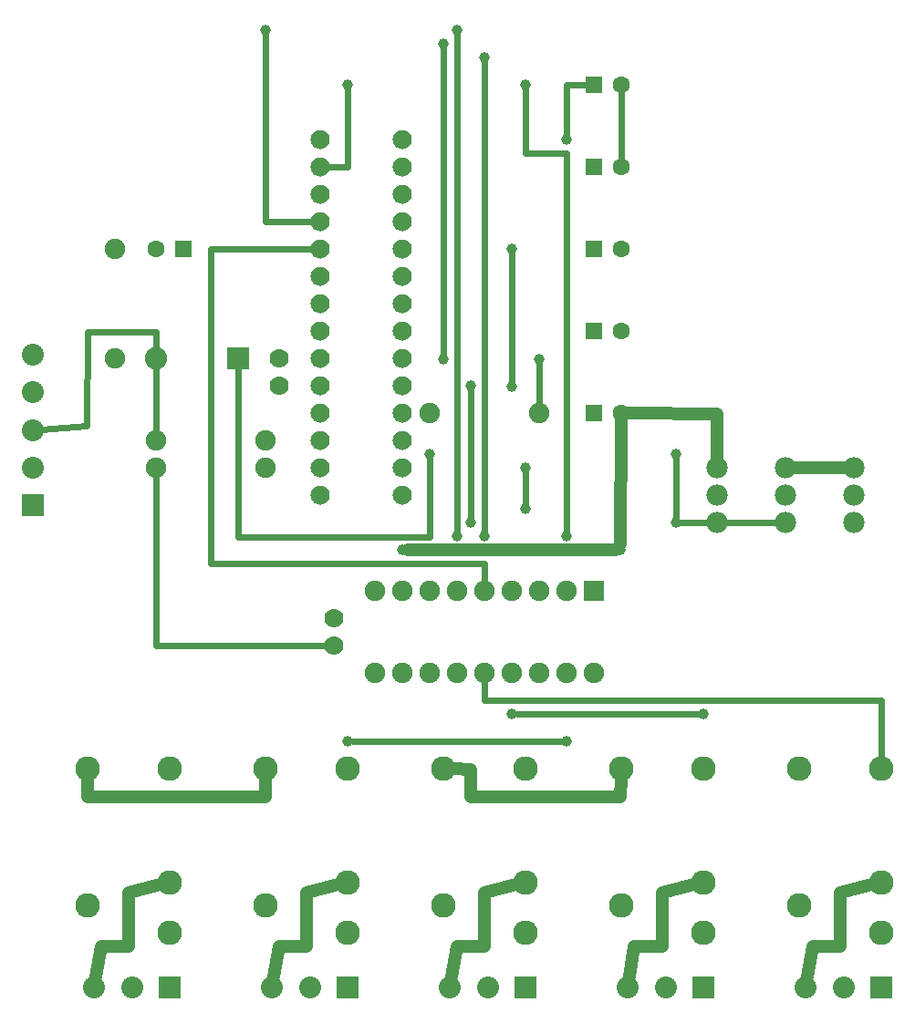
<source format=gtl>
G04 MADE WITH FRITZING*
G04 WWW.FRITZING.ORG*
G04 DOUBLE SIDED*
G04 HOLES PLATED*
G04 CONTOUR ON CENTER OF CONTOUR VECTOR*
%ASAXBY*%
%FSLAX23Y23*%
%MOIN*%
%OFA0B0*%
%SFA1.0B1.0*%
%ADD10C,0.039370*%
%ADD11C,0.070000*%
%ADD12C,0.075000*%
%ADD13C,0.078000*%
%ADD14C,0.080000*%
%ADD15C,0.062992*%
%ADD16C,0.082000*%
%ADD17C,0.090000*%
%ADD18R,0.075000X0.075000*%
%ADD19R,0.080000X0.080000*%
%ADD20R,0.062992X0.062992*%
%ADD21R,0.082000X0.082000*%
%ADD22C,0.024000*%
%ADD23C,0.048000*%
%ADD24R,0.001000X0.001000*%
%LNCOPPER1*%
G90*
G70*
G54D10*
X2495Y2183D03*
X1595Y2183D03*
X1744Y2432D03*
X1746Y1932D03*
X1896Y2431D03*
X1896Y2932D03*
X1644Y2531D03*
X1644Y3683D03*
X994Y3734D03*
X1997Y2531D03*
G54D11*
X1195Y3332D03*
X1495Y2132D03*
X1195Y3232D03*
X1495Y2032D03*
X1195Y3132D03*
X1195Y3032D03*
X1195Y2932D03*
X1195Y2832D03*
X1195Y2032D03*
X1195Y2132D03*
X1195Y2232D03*
X1195Y2332D03*
X1195Y2732D03*
X1195Y2532D03*
X1195Y2632D03*
X1195Y2432D03*
X1495Y2532D03*
X1495Y2432D03*
X1495Y2332D03*
X1495Y2232D03*
X1495Y2732D03*
X1495Y2632D03*
X1495Y3132D03*
X1495Y3032D03*
X1495Y2932D03*
X1495Y2832D03*
X1495Y3332D03*
X1495Y3232D03*
G54D12*
X2195Y1682D03*
X2195Y1382D03*
X2095Y1682D03*
X2095Y1382D03*
X1995Y1682D03*
X1995Y1382D03*
X1895Y1682D03*
X1895Y1382D03*
X1795Y1682D03*
X1795Y1382D03*
X1695Y1682D03*
X1695Y1382D03*
X1595Y1682D03*
X1595Y1382D03*
X1495Y1682D03*
X1495Y1382D03*
X1395Y1682D03*
X1395Y1382D03*
G54D13*
X2645Y2132D03*
X2645Y2032D03*
X2645Y1932D03*
X2895Y2132D03*
X2895Y2032D03*
X2895Y1932D03*
X3145Y2132D03*
X3145Y2032D03*
X3145Y1932D03*
G54D14*
X145Y1995D03*
X145Y2132D03*
X145Y2270D03*
X145Y2408D03*
X145Y2546D03*
G54D11*
X1045Y2532D03*
X1045Y2432D03*
G54D12*
X445Y2532D03*
X445Y2932D03*
G54D15*
X694Y2932D03*
X595Y2932D03*
G54D11*
X1245Y1482D03*
X1245Y1583D03*
G54D12*
X995Y2232D03*
X595Y2232D03*
X995Y2132D03*
X595Y2132D03*
G54D16*
X895Y2532D03*
X597Y2532D03*
G54D12*
X1995Y2332D03*
X1595Y2332D03*
G54D17*
X345Y532D03*
X645Y1032D03*
X345Y1032D03*
X645Y432D03*
X645Y617D03*
X345Y532D03*
X645Y1032D03*
X345Y1032D03*
X645Y432D03*
X645Y617D03*
X995Y532D03*
X1295Y1032D03*
X995Y1032D03*
X1295Y432D03*
X1295Y617D03*
X995Y532D03*
X1295Y1032D03*
X995Y1032D03*
X1295Y432D03*
X1295Y617D03*
X1645Y532D03*
X1945Y1032D03*
X1645Y1032D03*
X1945Y432D03*
X1945Y617D03*
X1645Y532D03*
X1945Y1032D03*
X1645Y1032D03*
X1945Y432D03*
X1945Y617D03*
X2295Y532D03*
X2595Y1032D03*
X2295Y1032D03*
X2595Y432D03*
X2595Y617D03*
X2295Y532D03*
X2595Y1032D03*
X2295Y1032D03*
X2595Y432D03*
X2595Y617D03*
X2945Y532D03*
X3245Y1032D03*
X2945Y1032D03*
X3245Y432D03*
X3245Y617D03*
X2945Y532D03*
X3245Y1032D03*
X2945Y1032D03*
X3245Y432D03*
X3245Y617D03*
G54D15*
X2197Y3532D03*
X2295Y3532D03*
X2197Y3232D03*
X2295Y3232D03*
X2197Y2932D03*
X2295Y2932D03*
X2197Y2632D03*
X2295Y2632D03*
X2197Y2332D03*
X2295Y2332D03*
G54D14*
X645Y232D03*
X508Y232D03*
X370Y232D03*
X1295Y232D03*
X1158Y232D03*
X1020Y232D03*
X1945Y232D03*
X1808Y232D03*
X1670Y232D03*
X2595Y232D03*
X2458Y232D03*
X2320Y232D03*
X3245Y232D03*
X3108Y232D03*
X2970Y232D03*
G54D10*
X1295Y1132D03*
X2097Y1132D03*
X1896Y1232D03*
X2594Y1232D03*
X1947Y1984D03*
X2494Y1934D03*
X1947Y2134D03*
X1495Y1834D03*
X2293Y1834D03*
X2097Y1884D03*
X2097Y3333D03*
X1947Y3534D03*
X1295Y3534D03*
X1796Y3634D03*
X1796Y1884D03*
X1696Y1884D03*
X1696Y3734D03*
G54D18*
X2195Y1682D03*
G54D19*
X145Y1995D03*
G54D20*
X694Y2932D03*
G54D21*
X896Y2532D03*
G54D20*
X2197Y3532D03*
X2197Y3232D03*
X2197Y2932D03*
X2197Y2632D03*
X2197Y2332D03*
G54D19*
X645Y232D03*
X1295Y232D03*
X1945Y232D03*
X2595Y232D03*
X3245Y232D03*
G54D22*
X1595Y2164D02*
X1595Y1881D01*
D02*
X1595Y1881D02*
X895Y1881D01*
D02*
X2494Y1953D02*
X2495Y2164D01*
D02*
X895Y1881D02*
X895Y2500D01*
D02*
X1744Y2413D02*
X1746Y1951D01*
D02*
X1997Y2512D02*
X1996Y2361D01*
D02*
X1896Y2450D02*
X1896Y2913D01*
D02*
X1644Y2550D02*
X1644Y3664D01*
D02*
X994Y3032D02*
X994Y3715D01*
D02*
X1169Y3032D02*
X994Y3032D01*
D02*
X343Y2285D02*
X347Y2631D01*
D02*
X347Y2631D02*
X597Y2631D01*
D02*
X176Y2272D02*
X343Y2285D01*
D02*
X597Y2631D02*
X597Y2564D01*
D02*
X596Y2261D02*
X597Y2500D01*
D02*
X597Y1483D02*
X595Y2104D01*
D02*
X1219Y1482D02*
X597Y1483D01*
G54D23*
D02*
X3199Y606D02*
X3095Y580D01*
D02*
X3095Y580D02*
X3095Y384D01*
D02*
X3095Y384D02*
X2995Y384D01*
D02*
X2995Y384D02*
X2977Y274D01*
D02*
X2549Y606D02*
X2444Y580D01*
D02*
X2444Y580D02*
X2444Y384D01*
D02*
X2444Y384D02*
X2343Y384D01*
D02*
X2343Y384D02*
X2326Y274D01*
D02*
X1899Y606D02*
X1796Y580D01*
D02*
X1796Y580D02*
X1796Y384D01*
D02*
X1796Y384D02*
X1696Y384D01*
D02*
X1696Y384D02*
X1677Y274D01*
D02*
X1044Y384D02*
X1026Y274D01*
D02*
X1145Y384D02*
X1044Y384D01*
D02*
X1145Y580D02*
X1145Y384D01*
D02*
X1249Y606D02*
X1145Y580D01*
D02*
X497Y384D02*
X397Y384D01*
D02*
X397Y384D02*
X377Y274D01*
D02*
X497Y580D02*
X497Y384D01*
D02*
X599Y606D02*
X497Y580D01*
G54D22*
D02*
X1314Y1132D02*
X2078Y1132D01*
D02*
X2575Y1232D02*
X1915Y1232D01*
D02*
X3246Y1282D02*
X1796Y1282D01*
D02*
X1796Y1282D02*
X1796Y1354D01*
D02*
X3245Y1069D02*
X3246Y1282D01*
D02*
X1169Y2932D02*
X794Y2932D01*
D02*
X794Y2932D02*
X794Y1783D01*
D02*
X794Y1783D02*
X1796Y1783D01*
D02*
X1796Y1783D02*
X1796Y1711D01*
G54D23*
D02*
X2644Y2331D02*
X2645Y2162D01*
D02*
X2322Y2332D02*
X2644Y2331D01*
D02*
X2925Y2132D02*
X3115Y2132D01*
D02*
X2293Y1852D02*
X2295Y2305D01*
G54D22*
D02*
X1947Y2003D02*
X1947Y2115D01*
D02*
X2513Y1934D02*
X2615Y1933D01*
D02*
X2865Y1932D02*
X2675Y1932D01*
G54D23*
D02*
X1514Y1834D02*
X2274Y1834D01*
G54D22*
D02*
X2097Y1903D02*
X2097Y3283D01*
D02*
X2097Y3283D02*
X1947Y3283D01*
D02*
X1947Y3283D02*
X1947Y3515D01*
D02*
X1295Y3515D02*
X1295Y3233D01*
D02*
X1295Y3233D02*
X1221Y3232D01*
D02*
X2097Y3534D02*
X2097Y3352D01*
D02*
X2170Y3533D02*
X2097Y3534D01*
D02*
X1796Y3615D02*
X1796Y1903D01*
D02*
X1696Y3715D02*
X1696Y1903D01*
D02*
X2295Y3259D02*
X2295Y3505D01*
G54D23*
D02*
X2293Y931D02*
X1746Y931D01*
D02*
X1746Y931D02*
X1746Y1031D01*
D02*
X2295Y996D02*
X2293Y931D01*
D02*
X1746Y1031D02*
X1682Y1032D01*
D02*
X347Y931D02*
X994Y931D01*
D02*
X994Y931D02*
X995Y996D01*
D02*
X346Y996D02*
X347Y931D01*
G54D24*
X1189Y3367D02*
X1200Y3367D01*
X1489Y3367D02*
X1500Y3367D01*
X1185Y3366D02*
X1204Y3366D01*
X1485Y3366D02*
X1504Y3366D01*
X1182Y3365D02*
X1207Y3365D01*
X1482Y3365D02*
X1507Y3365D01*
X1180Y3364D02*
X1209Y3364D01*
X1480Y3364D02*
X1509Y3364D01*
X1178Y3363D02*
X1211Y3363D01*
X1478Y3363D02*
X1511Y3363D01*
X1176Y3362D02*
X1213Y3362D01*
X1476Y3362D02*
X1513Y3362D01*
X1175Y3361D02*
X1215Y3361D01*
X1475Y3361D02*
X1515Y3361D01*
X1173Y3360D02*
X1216Y3360D01*
X1473Y3360D02*
X1516Y3360D01*
X1172Y3359D02*
X1217Y3359D01*
X1472Y3359D02*
X1517Y3359D01*
X1171Y3358D02*
X1218Y3358D01*
X1471Y3358D02*
X1518Y3358D01*
X1170Y3357D02*
X1219Y3357D01*
X1470Y3357D02*
X1519Y3357D01*
X1169Y3356D02*
X1220Y3356D01*
X1469Y3356D02*
X1520Y3356D01*
X1168Y3355D02*
X1221Y3355D01*
X1468Y3355D02*
X1521Y3355D01*
X1168Y3354D02*
X1222Y3354D01*
X1468Y3354D02*
X1522Y3354D01*
X1167Y3353D02*
X1223Y3353D01*
X1467Y3353D02*
X1523Y3353D01*
X1166Y3352D02*
X1223Y3352D01*
X1466Y3352D02*
X1523Y3352D01*
X1166Y3351D02*
X1224Y3351D01*
X1466Y3351D02*
X1524Y3351D01*
X1165Y3350D02*
X1224Y3350D01*
X1465Y3350D02*
X1524Y3350D01*
X1164Y3349D02*
X1225Y3349D01*
X1464Y3349D02*
X1525Y3349D01*
X1164Y3348D02*
X1225Y3348D01*
X1464Y3348D02*
X1525Y3348D01*
X1164Y3347D02*
X1189Y3347D01*
X1200Y3347D02*
X1226Y3347D01*
X1464Y3347D02*
X1489Y3347D01*
X1500Y3347D02*
X1526Y3347D01*
X1163Y3346D02*
X1187Y3346D01*
X1202Y3346D02*
X1226Y3346D01*
X1463Y3346D02*
X1487Y3346D01*
X1502Y3346D02*
X1526Y3346D01*
X1163Y3345D02*
X1186Y3345D01*
X1204Y3345D02*
X1227Y3345D01*
X1463Y3345D02*
X1486Y3345D01*
X1504Y3345D02*
X1527Y3345D01*
X1162Y3344D02*
X1184Y3344D01*
X1205Y3344D02*
X1227Y3344D01*
X1462Y3344D02*
X1484Y3344D01*
X1505Y3344D02*
X1527Y3344D01*
X1162Y3343D02*
X1183Y3343D01*
X1206Y3343D02*
X1228Y3343D01*
X1462Y3343D02*
X1483Y3343D01*
X1506Y3343D02*
X1527Y3343D01*
X1162Y3342D02*
X1183Y3342D01*
X1207Y3342D02*
X1228Y3342D01*
X1462Y3342D02*
X1483Y3342D01*
X1507Y3342D02*
X1528Y3342D01*
X1161Y3341D02*
X1182Y3341D01*
X1208Y3341D02*
X1228Y3341D01*
X1461Y3341D02*
X1482Y3341D01*
X1508Y3341D02*
X1528Y3341D01*
X1161Y3340D02*
X1181Y3340D01*
X1208Y3340D02*
X1228Y3340D01*
X1461Y3340D02*
X1481Y3340D01*
X1508Y3340D02*
X1528Y3340D01*
X1161Y3339D02*
X1180Y3339D01*
X1209Y3339D02*
X1229Y3339D01*
X1461Y3339D02*
X1480Y3339D01*
X1509Y3339D02*
X1529Y3339D01*
X1161Y3338D02*
X1180Y3338D01*
X1209Y3338D02*
X1229Y3338D01*
X1461Y3338D02*
X1480Y3338D01*
X1509Y3338D02*
X1529Y3338D01*
X1161Y3337D02*
X1180Y3337D01*
X1210Y3337D02*
X1229Y3337D01*
X1461Y3337D02*
X1480Y3337D01*
X1510Y3337D02*
X1529Y3337D01*
X1160Y3336D02*
X1180Y3336D01*
X1210Y3336D02*
X1229Y3336D01*
X1460Y3336D02*
X1480Y3336D01*
X1510Y3336D02*
X1529Y3336D01*
X1160Y3335D02*
X1179Y3335D01*
X1210Y3335D02*
X1229Y3335D01*
X1460Y3335D02*
X1479Y3335D01*
X1510Y3335D02*
X1529Y3335D01*
X1160Y3334D02*
X1179Y3334D01*
X1210Y3334D02*
X1229Y3334D01*
X1460Y3334D02*
X1479Y3334D01*
X1510Y3334D02*
X1529Y3334D01*
X1160Y3333D02*
X1179Y3333D01*
X1210Y3333D02*
X1229Y3333D01*
X1460Y3333D02*
X1479Y3333D01*
X1510Y3333D02*
X1529Y3333D01*
X1160Y3332D02*
X1179Y3332D01*
X1210Y3332D02*
X1229Y3332D01*
X1460Y3332D02*
X1479Y3332D01*
X1510Y3332D02*
X1529Y3332D01*
X1160Y3331D02*
X1179Y3331D01*
X1210Y3331D02*
X1229Y3331D01*
X1460Y3331D02*
X1479Y3331D01*
X1510Y3331D02*
X1529Y3331D01*
X1160Y3330D02*
X1179Y3330D01*
X1210Y3330D02*
X1229Y3330D01*
X1460Y3330D02*
X1479Y3330D01*
X1510Y3330D02*
X1529Y3330D01*
X1160Y3329D02*
X1180Y3329D01*
X1210Y3329D02*
X1229Y3329D01*
X1460Y3329D02*
X1480Y3329D01*
X1510Y3329D02*
X1529Y3329D01*
X1161Y3328D02*
X1180Y3328D01*
X1210Y3328D02*
X1229Y3328D01*
X1461Y3328D02*
X1480Y3328D01*
X1510Y3328D02*
X1529Y3328D01*
X1161Y3327D02*
X1180Y3327D01*
X1209Y3327D02*
X1229Y3327D01*
X1461Y3327D02*
X1480Y3327D01*
X1509Y3327D02*
X1529Y3327D01*
X1161Y3326D02*
X1181Y3326D01*
X1209Y3326D02*
X1228Y3326D01*
X1461Y3326D02*
X1481Y3326D01*
X1509Y3326D02*
X1528Y3326D01*
X1161Y3325D02*
X1181Y3325D01*
X1208Y3325D02*
X1228Y3325D01*
X1461Y3325D02*
X1481Y3325D01*
X1508Y3325D02*
X1528Y3325D01*
X1162Y3324D02*
X1182Y3324D01*
X1208Y3324D02*
X1228Y3324D01*
X1462Y3324D02*
X1482Y3324D01*
X1508Y3324D02*
X1528Y3324D01*
X1162Y3323D02*
X1183Y3323D01*
X1207Y3323D02*
X1228Y3323D01*
X1462Y3323D02*
X1483Y3323D01*
X1507Y3323D02*
X1528Y3323D01*
X1162Y3322D02*
X1184Y3322D01*
X1206Y3322D02*
X1227Y3322D01*
X1462Y3322D02*
X1484Y3322D01*
X1506Y3322D02*
X1527Y3322D01*
X1162Y3321D02*
X1185Y3321D01*
X1205Y3321D02*
X1227Y3321D01*
X1462Y3321D02*
X1485Y3321D01*
X1505Y3321D02*
X1527Y3321D01*
X1163Y3320D02*
X1186Y3320D01*
X1203Y3320D02*
X1227Y3320D01*
X1463Y3320D02*
X1486Y3320D01*
X1503Y3320D02*
X1527Y3320D01*
X1163Y3319D02*
X1188Y3319D01*
X1202Y3319D02*
X1226Y3319D01*
X1463Y3319D02*
X1488Y3319D01*
X1502Y3319D02*
X1526Y3319D01*
X1164Y3318D02*
X1191Y3318D01*
X1199Y3318D02*
X1226Y3318D01*
X1464Y3318D02*
X1491Y3318D01*
X1499Y3318D02*
X1526Y3318D01*
X1164Y3317D02*
X1225Y3317D01*
X1464Y3317D02*
X1525Y3317D01*
X1165Y3316D02*
X1225Y3316D01*
X1465Y3316D02*
X1525Y3316D01*
X1165Y3315D02*
X1224Y3315D01*
X1465Y3315D02*
X1524Y3315D01*
X1166Y3314D02*
X1224Y3314D01*
X1466Y3314D02*
X1524Y3314D01*
X1166Y3313D02*
X1223Y3313D01*
X1466Y3313D02*
X1523Y3313D01*
X1167Y3312D02*
X1222Y3312D01*
X1467Y3312D02*
X1522Y3312D01*
X1168Y3311D02*
X1222Y3311D01*
X1468Y3311D02*
X1522Y3311D01*
X1169Y3310D02*
X1221Y3310D01*
X1469Y3310D02*
X1521Y3310D01*
X1170Y3309D02*
X1220Y3309D01*
X1470Y3309D02*
X1520Y3309D01*
X1170Y3308D02*
X1219Y3308D01*
X1470Y3308D02*
X1519Y3308D01*
X1172Y3307D02*
X1218Y3307D01*
X1472Y3307D02*
X1518Y3307D01*
X1173Y3306D02*
X1217Y3306D01*
X1473Y3306D02*
X1517Y3306D01*
X1174Y3305D02*
X1215Y3305D01*
X1474Y3305D02*
X1515Y3305D01*
X1175Y3304D02*
X1214Y3304D01*
X1475Y3304D02*
X1514Y3304D01*
X1177Y3303D02*
X1212Y3303D01*
X1477Y3303D02*
X1512Y3303D01*
X1179Y3302D02*
X1211Y3302D01*
X1479Y3302D02*
X1511Y3302D01*
X1181Y3301D02*
X1209Y3301D01*
X1481Y3301D02*
X1509Y3301D01*
X1183Y3300D02*
X1206Y3300D01*
X1483Y3300D02*
X1506Y3300D01*
X1186Y3299D02*
X1203Y3299D01*
X1486Y3299D02*
X1503Y3299D01*
X1191Y3298D02*
X1198Y3298D01*
X1491Y3298D02*
X1498Y3298D01*
X1189Y3267D02*
X1201Y3267D01*
X1489Y3267D02*
X1500Y3267D01*
X1185Y3266D02*
X1204Y3266D01*
X1485Y3266D02*
X1504Y3266D01*
X1182Y3265D02*
X1207Y3265D01*
X1482Y3265D02*
X1507Y3265D01*
X1180Y3264D02*
X1209Y3264D01*
X1480Y3264D02*
X1509Y3264D01*
X1178Y3263D02*
X1211Y3263D01*
X1478Y3263D02*
X1511Y3263D01*
X1176Y3262D02*
X1213Y3262D01*
X1476Y3262D02*
X1513Y3262D01*
X1175Y3261D02*
X1215Y3261D01*
X1475Y3261D02*
X1515Y3261D01*
X1173Y3260D02*
X1216Y3260D01*
X1473Y3260D02*
X1516Y3260D01*
X1172Y3259D02*
X1217Y3259D01*
X1472Y3259D02*
X1517Y3259D01*
X1171Y3258D02*
X1218Y3258D01*
X1471Y3258D02*
X1518Y3258D01*
X1170Y3257D02*
X1219Y3257D01*
X1470Y3257D02*
X1519Y3257D01*
X1169Y3256D02*
X1220Y3256D01*
X1469Y3256D02*
X1520Y3256D01*
X1168Y3255D02*
X1221Y3255D01*
X1468Y3255D02*
X1521Y3255D01*
X1168Y3254D02*
X1222Y3254D01*
X1468Y3254D02*
X1522Y3254D01*
X1167Y3253D02*
X1223Y3253D01*
X1467Y3253D02*
X1523Y3253D01*
X1166Y3252D02*
X1223Y3252D01*
X1466Y3252D02*
X1523Y3252D01*
X1166Y3251D02*
X1224Y3251D01*
X1466Y3251D02*
X1524Y3251D01*
X1165Y3250D02*
X1224Y3250D01*
X1465Y3250D02*
X1524Y3250D01*
X1164Y3249D02*
X1225Y3249D01*
X1464Y3249D02*
X1525Y3249D01*
X1164Y3248D02*
X1225Y3248D01*
X1464Y3248D02*
X1525Y3248D01*
X1164Y3247D02*
X1189Y3247D01*
X1200Y3247D02*
X1226Y3247D01*
X1464Y3247D02*
X1489Y3247D01*
X1500Y3247D02*
X1526Y3247D01*
X1163Y3246D02*
X1187Y3246D01*
X1202Y3246D02*
X1226Y3246D01*
X1463Y3246D02*
X1487Y3246D01*
X1502Y3246D02*
X1526Y3246D01*
X1163Y3245D02*
X1186Y3245D01*
X1204Y3245D02*
X1227Y3245D01*
X1463Y3245D02*
X1486Y3245D01*
X1504Y3245D02*
X1527Y3245D01*
X1162Y3244D02*
X1184Y3244D01*
X1205Y3244D02*
X1227Y3244D01*
X1462Y3244D02*
X1484Y3244D01*
X1505Y3244D02*
X1527Y3244D01*
X1162Y3243D02*
X1183Y3243D01*
X1206Y3243D02*
X1228Y3243D01*
X1462Y3243D02*
X1483Y3243D01*
X1506Y3243D02*
X1527Y3243D01*
X1162Y3242D02*
X1183Y3242D01*
X1207Y3242D02*
X1228Y3242D01*
X1462Y3242D02*
X1483Y3242D01*
X1507Y3242D02*
X1528Y3242D01*
X1161Y3241D02*
X1182Y3241D01*
X1208Y3241D02*
X1228Y3241D01*
X1461Y3241D02*
X1482Y3241D01*
X1508Y3241D02*
X1528Y3241D01*
X1161Y3240D02*
X1181Y3240D01*
X1208Y3240D02*
X1228Y3240D01*
X1461Y3240D02*
X1481Y3240D01*
X1508Y3240D02*
X1528Y3240D01*
X1161Y3239D02*
X1180Y3239D01*
X1209Y3239D02*
X1229Y3239D01*
X1461Y3239D02*
X1480Y3239D01*
X1509Y3239D02*
X1529Y3239D01*
X1161Y3238D02*
X1180Y3238D01*
X1209Y3238D02*
X1229Y3238D01*
X1461Y3238D02*
X1480Y3238D01*
X1509Y3238D02*
X1529Y3238D01*
X1161Y3237D02*
X1180Y3237D01*
X1210Y3237D02*
X1229Y3237D01*
X1461Y3237D02*
X1480Y3237D01*
X1510Y3237D02*
X1529Y3237D01*
X1160Y3236D02*
X1180Y3236D01*
X1210Y3236D02*
X1229Y3236D01*
X1460Y3236D02*
X1480Y3236D01*
X1510Y3236D02*
X1529Y3236D01*
X1160Y3235D02*
X1179Y3235D01*
X1210Y3235D02*
X1229Y3235D01*
X1460Y3235D02*
X1479Y3235D01*
X1510Y3235D02*
X1529Y3235D01*
X1160Y3234D02*
X1179Y3234D01*
X1210Y3234D02*
X1229Y3234D01*
X1460Y3234D02*
X1479Y3234D01*
X1510Y3234D02*
X1529Y3234D01*
X1160Y3233D02*
X1179Y3233D01*
X1210Y3233D02*
X1229Y3233D01*
X1460Y3233D02*
X1479Y3233D01*
X1510Y3233D02*
X1529Y3233D01*
X1160Y3232D02*
X1179Y3232D01*
X1210Y3232D02*
X1229Y3232D01*
X1460Y3232D02*
X1479Y3232D01*
X1510Y3232D02*
X1529Y3232D01*
X1160Y3231D02*
X1179Y3231D01*
X1210Y3231D02*
X1229Y3231D01*
X1460Y3231D02*
X1479Y3231D01*
X1510Y3231D02*
X1529Y3231D01*
X1160Y3230D02*
X1179Y3230D01*
X1210Y3230D02*
X1229Y3230D01*
X1460Y3230D02*
X1479Y3230D01*
X1510Y3230D02*
X1529Y3230D01*
X1160Y3229D02*
X1180Y3229D01*
X1210Y3229D02*
X1229Y3229D01*
X1460Y3229D02*
X1480Y3229D01*
X1510Y3229D02*
X1529Y3229D01*
X1161Y3228D02*
X1180Y3228D01*
X1210Y3228D02*
X1229Y3228D01*
X1461Y3228D02*
X1480Y3228D01*
X1510Y3228D02*
X1529Y3228D01*
X1161Y3227D02*
X1180Y3227D01*
X1209Y3227D02*
X1229Y3227D01*
X1461Y3227D02*
X1480Y3227D01*
X1509Y3227D02*
X1529Y3227D01*
X1161Y3226D02*
X1181Y3226D01*
X1209Y3226D02*
X1228Y3226D01*
X1461Y3226D02*
X1481Y3226D01*
X1509Y3226D02*
X1528Y3226D01*
X1161Y3225D02*
X1181Y3225D01*
X1208Y3225D02*
X1228Y3225D01*
X1461Y3225D02*
X1481Y3225D01*
X1508Y3225D02*
X1528Y3225D01*
X1162Y3224D02*
X1182Y3224D01*
X1208Y3224D02*
X1228Y3224D01*
X1462Y3224D02*
X1482Y3224D01*
X1508Y3224D02*
X1528Y3224D01*
X1162Y3223D02*
X1183Y3223D01*
X1207Y3223D02*
X1228Y3223D01*
X1462Y3223D02*
X1483Y3223D01*
X1507Y3223D02*
X1528Y3223D01*
X1162Y3222D02*
X1184Y3222D01*
X1206Y3222D02*
X1227Y3222D01*
X1462Y3222D02*
X1484Y3222D01*
X1506Y3222D02*
X1527Y3222D01*
X1162Y3221D02*
X1185Y3221D01*
X1205Y3221D02*
X1227Y3221D01*
X1462Y3221D02*
X1485Y3221D01*
X1505Y3221D02*
X1527Y3221D01*
X1163Y3220D02*
X1186Y3220D01*
X1203Y3220D02*
X1227Y3220D01*
X1463Y3220D02*
X1486Y3220D01*
X1503Y3220D02*
X1527Y3220D01*
X1163Y3219D02*
X1188Y3219D01*
X1202Y3219D02*
X1226Y3219D01*
X1463Y3219D02*
X1488Y3219D01*
X1502Y3219D02*
X1526Y3219D01*
X1164Y3218D02*
X1191Y3218D01*
X1199Y3218D02*
X1226Y3218D01*
X1464Y3218D02*
X1491Y3218D01*
X1499Y3218D02*
X1526Y3218D01*
X1164Y3217D02*
X1225Y3217D01*
X1464Y3217D02*
X1525Y3217D01*
X1165Y3216D02*
X1225Y3216D01*
X1465Y3216D02*
X1525Y3216D01*
X1165Y3215D02*
X1224Y3215D01*
X1465Y3215D02*
X1524Y3215D01*
X1166Y3214D02*
X1224Y3214D01*
X1466Y3214D02*
X1524Y3214D01*
X1166Y3213D02*
X1223Y3213D01*
X1466Y3213D02*
X1523Y3213D01*
X1167Y3212D02*
X1222Y3212D01*
X1467Y3212D02*
X1522Y3212D01*
X1168Y3211D02*
X1222Y3211D01*
X1468Y3211D02*
X1522Y3211D01*
X1169Y3210D02*
X1221Y3210D01*
X1469Y3210D02*
X1521Y3210D01*
X1170Y3209D02*
X1220Y3209D01*
X1470Y3209D02*
X1520Y3209D01*
X1170Y3208D02*
X1219Y3208D01*
X1470Y3208D02*
X1519Y3208D01*
X1172Y3207D02*
X1218Y3207D01*
X1472Y3207D02*
X1518Y3207D01*
X1173Y3206D02*
X1217Y3206D01*
X1473Y3206D02*
X1517Y3206D01*
X1174Y3205D02*
X1215Y3205D01*
X1474Y3205D02*
X1515Y3205D01*
X1175Y3204D02*
X1214Y3204D01*
X1475Y3204D02*
X1514Y3204D01*
X1177Y3203D02*
X1212Y3203D01*
X1477Y3203D02*
X1512Y3203D01*
X1179Y3202D02*
X1211Y3202D01*
X1479Y3202D02*
X1511Y3202D01*
X1181Y3201D02*
X1209Y3201D01*
X1481Y3201D02*
X1509Y3201D01*
X1183Y3200D02*
X1206Y3200D01*
X1483Y3200D02*
X1506Y3200D01*
X1186Y3199D02*
X1203Y3199D01*
X1486Y3199D02*
X1503Y3199D01*
X1191Y3198D02*
X1198Y3198D01*
X1491Y3198D02*
X1498Y3198D01*
X1189Y3167D02*
X1201Y3167D01*
X1489Y3167D02*
X1501Y3167D01*
X1185Y3166D02*
X1204Y3166D01*
X1485Y3166D02*
X1504Y3166D01*
X1182Y3165D02*
X1207Y3165D01*
X1482Y3165D02*
X1507Y3165D01*
X1180Y3164D02*
X1209Y3164D01*
X1480Y3164D02*
X1509Y3164D01*
X1178Y3163D02*
X1211Y3163D01*
X1478Y3163D02*
X1511Y3163D01*
X1176Y3162D02*
X1213Y3162D01*
X1476Y3162D02*
X1513Y3162D01*
X1175Y3161D02*
X1215Y3161D01*
X1475Y3161D02*
X1515Y3161D01*
X1173Y3160D02*
X1216Y3160D01*
X1473Y3160D02*
X1516Y3160D01*
X1172Y3159D02*
X1217Y3159D01*
X1472Y3159D02*
X1517Y3159D01*
X1171Y3158D02*
X1218Y3158D01*
X1471Y3158D02*
X1518Y3158D01*
X1170Y3157D02*
X1219Y3157D01*
X1470Y3157D02*
X1519Y3157D01*
X1169Y3156D02*
X1220Y3156D01*
X1469Y3156D02*
X1520Y3156D01*
X1168Y3155D02*
X1221Y3155D01*
X1468Y3155D02*
X1521Y3155D01*
X1168Y3154D02*
X1222Y3154D01*
X1468Y3154D02*
X1522Y3154D01*
X1167Y3153D02*
X1223Y3153D01*
X1467Y3153D02*
X1523Y3153D01*
X1166Y3152D02*
X1223Y3152D01*
X1466Y3152D02*
X1523Y3152D01*
X1166Y3151D02*
X1224Y3151D01*
X1466Y3151D02*
X1524Y3151D01*
X1165Y3150D02*
X1224Y3150D01*
X1465Y3150D02*
X1524Y3150D01*
X1164Y3149D02*
X1225Y3149D01*
X1464Y3149D02*
X1525Y3149D01*
X1164Y3148D02*
X1225Y3148D01*
X1464Y3148D02*
X1525Y3148D01*
X1164Y3147D02*
X1189Y3147D01*
X1200Y3147D02*
X1226Y3147D01*
X1464Y3147D02*
X1489Y3147D01*
X1500Y3147D02*
X1526Y3147D01*
X1163Y3146D02*
X1187Y3146D01*
X1202Y3146D02*
X1226Y3146D01*
X1463Y3146D02*
X1487Y3146D01*
X1502Y3146D02*
X1526Y3146D01*
X1163Y3145D02*
X1186Y3145D01*
X1204Y3145D02*
X1227Y3145D01*
X1463Y3145D02*
X1486Y3145D01*
X1504Y3145D02*
X1527Y3145D01*
X1162Y3144D02*
X1184Y3144D01*
X1205Y3144D02*
X1227Y3144D01*
X1462Y3144D02*
X1484Y3144D01*
X1505Y3144D02*
X1527Y3144D01*
X1162Y3143D02*
X1183Y3143D01*
X1206Y3143D02*
X1228Y3143D01*
X1462Y3143D02*
X1483Y3143D01*
X1506Y3143D02*
X1527Y3143D01*
X1162Y3142D02*
X1183Y3142D01*
X1207Y3142D02*
X1228Y3142D01*
X1462Y3142D02*
X1482Y3142D01*
X1507Y3142D02*
X1528Y3142D01*
X1161Y3141D02*
X1182Y3141D01*
X1208Y3141D02*
X1228Y3141D01*
X1461Y3141D02*
X1482Y3141D01*
X1508Y3141D02*
X1528Y3141D01*
X1161Y3140D02*
X1181Y3140D01*
X1208Y3140D02*
X1228Y3140D01*
X1461Y3140D02*
X1481Y3140D01*
X1508Y3140D02*
X1528Y3140D01*
X1161Y3139D02*
X1180Y3139D01*
X1209Y3139D02*
X1229Y3139D01*
X1461Y3139D02*
X1480Y3139D01*
X1509Y3139D02*
X1529Y3139D01*
X1161Y3138D02*
X1180Y3138D01*
X1209Y3138D02*
X1229Y3138D01*
X1461Y3138D02*
X1480Y3138D01*
X1509Y3138D02*
X1529Y3138D01*
X1161Y3137D02*
X1180Y3137D01*
X1210Y3137D02*
X1229Y3137D01*
X1461Y3137D02*
X1480Y3137D01*
X1510Y3137D02*
X1529Y3137D01*
X1160Y3136D02*
X1180Y3136D01*
X1210Y3136D02*
X1229Y3136D01*
X1460Y3136D02*
X1480Y3136D01*
X1510Y3136D02*
X1529Y3136D01*
X1160Y3135D02*
X1179Y3135D01*
X1210Y3135D02*
X1229Y3135D01*
X1460Y3135D02*
X1479Y3135D01*
X1510Y3135D02*
X1529Y3135D01*
X1160Y3134D02*
X1179Y3134D01*
X1210Y3134D02*
X1229Y3134D01*
X1460Y3134D02*
X1479Y3134D01*
X1510Y3134D02*
X1529Y3134D01*
X1160Y3133D02*
X1179Y3133D01*
X1210Y3133D02*
X1229Y3133D01*
X1460Y3133D02*
X1479Y3133D01*
X1510Y3133D02*
X1529Y3133D01*
X1160Y3132D02*
X1179Y3132D01*
X1210Y3132D02*
X1229Y3132D01*
X1460Y3132D02*
X1479Y3132D01*
X1510Y3132D02*
X1529Y3132D01*
X1160Y3131D02*
X1179Y3131D01*
X1210Y3131D02*
X1229Y3131D01*
X1460Y3131D02*
X1479Y3131D01*
X1510Y3131D02*
X1529Y3131D01*
X1160Y3130D02*
X1179Y3130D01*
X1210Y3130D02*
X1229Y3130D01*
X1460Y3130D02*
X1479Y3130D01*
X1510Y3130D02*
X1529Y3130D01*
X1160Y3129D02*
X1180Y3129D01*
X1210Y3129D02*
X1229Y3129D01*
X1460Y3129D02*
X1480Y3129D01*
X1510Y3129D02*
X1529Y3129D01*
X1161Y3128D02*
X1180Y3128D01*
X1210Y3128D02*
X1229Y3128D01*
X1461Y3128D02*
X1480Y3128D01*
X1510Y3128D02*
X1529Y3128D01*
X1161Y3127D02*
X1180Y3127D01*
X1209Y3127D02*
X1229Y3127D01*
X1461Y3127D02*
X1480Y3127D01*
X1509Y3127D02*
X1529Y3127D01*
X1161Y3126D02*
X1181Y3126D01*
X1209Y3126D02*
X1228Y3126D01*
X1461Y3126D02*
X1481Y3126D01*
X1509Y3126D02*
X1528Y3126D01*
X1161Y3125D02*
X1181Y3125D01*
X1208Y3125D02*
X1228Y3125D01*
X1461Y3125D02*
X1481Y3125D01*
X1508Y3125D02*
X1528Y3125D01*
X1162Y3124D02*
X1182Y3124D01*
X1208Y3124D02*
X1228Y3124D01*
X1462Y3124D02*
X1482Y3124D01*
X1508Y3124D02*
X1528Y3124D01*
X1162Y3123D02*
X1183Y3123D01*
X1207Y3123D02*
X1228Y3123D01*
X1462Y3123D02*
X1483Y3123D01*
X1507Y3123D02*
X1528Y3123D01*
X1162Y3122D02*
X1184Y3122D01*
X1206Y3122D02*
X1227Y3122D01*
X1462Y3122D02*
X1484Y3122D01*
X1506Y3122D02*
X1527Y3122D01*
X1162Y3121D02*
X1185Y3121D01*
X1205Y3121D02*
X1227Y3121D01*
X1462Y3121D02*
X1485Y3121D01*
X1505Y3121D02*
X1527Y3121D01*
X1163Y3120D02*
X1186Y3120D01*
X1203Y3120D02*
X1227Y3120D01*
X1463Y3120D02*
X1486Y3120D01*
X1503Y3120D02*
X1527Y3120D01*
X1163Y3119D02*
X1188Y3119D01*
X1202Y3119D02*
X1226Y3119D01*
X1463Y3119D02*
X1488Y3119D01*
X1502Y3119D02*
X1526Y3119D01*
X1164Y3118D02*
X1191Y3118D01*
X1199Y3118D02*
X1226Y3118D01*
X1464Y3118D02*
X1491Y3118D01*
X1499Y3118D02*
X1526Y3118D01*
X1164Y3117D02*
X1225Y3117D01*
X1464Y3117D02*
X1525Y3117D01*
X1165Y3116D02*
X1225Y3116D01*
X1465Y3116D02*
X1525Y3116D01*
X1165Y3115D02*
X1224Y3115D01*
X1465Y3115D02*
X1524Y3115D01*
X1166Y3114D02*
X1224Y3114D01*
X1466Y3114D02*
X1524Y3114D01*
X1166Y3113D02*
X1223Y3113D01*
X1466Y3113D02*
X1523Y3113D01*
X1167Y3112D02*
X1222Y3112D01*
X1467Y3112D02*
X1522Y3112D01*
X1168Y3111D02*
X1222Y3111D01*
X1468Y3111D02*
X1522Y3111D01*
X1169Y3110D02*
X1221Y3110D01*
X1469Y3110D02*
X1521Y3110D01*
X1170Y3109D02*
X1220Y3109D01*
X1470Y3109D02*
X1520Y3109D01*
X1170Y3108D02*
X1219Y3108D01*
X1470Y3108D02*
X1519Y3108D01*
X1172Y3107D02*
X1218Y3107D01*
X1472Y3107D02*
X1518Y3107D01*
X1173Y3106D02*
X1217Y3106D01*
X1473Y3106D02*
X1517Y3106D01*
X1174Y3105D02*
X1215Y3105D01*
X1474Y3105D02*
X1515Y3105D01*
X1175Y3104D02*
X1214Y3104D01*
X1475Y3104D02*
X1514Y3104D01*
X1177Y3103D02*
X1212Y3103D01*
X1477Y3103D02*
X1512Y3103D01*
X1179Y3102D02*
X1211Y3102D01*
X1479Y3102D02*
X1511Y3102D01*
X1181Y3101D02*
X1209Y3101D01*
X1481Y3101D02*
X1509Y3101D01*
X1183Y3100D02*
X1206Y3100D01*
X1483Y3100D02*
X1506Y3100D01*
X1186Y3099D02*
X1203Y3099D01*
X1486Y3099D02*
X1503Y3099D01*
X1191Y3098D02*
X1198Y3098D01*
X1491Y3098D02*
X1498Y3098D01*
X1189Y3067D02*
X1201Y3067D01*
X1489Y3067D02*
X1501Y3067D01*
X1185Y3066D02*
X1204Y3066D01*
X1485Y3066D02*
X1504Y3066D01*
X1182Y3065D02*
X1207Y3065D01*
X1482Y3065D02*
X1507Y3065D01*
X1180Y3064D02*
X1209Y3064D01*
X1480Y3064D02*
X1509Y3064D01*
X1178Y3063D02*
X1211Y3063D01*
X1478Y3063D02*
X1511Y3063D01*
X1176Y3062D02*
X1213Y3062D01*
X1476Y3062D02*
X1513Y3062D01*
X1175Y3061D02*
X1215Y3061D01*
X1475Y3061D02*
X1515Y3061D01*
X1173Y3060D02*
X1216Y3060D01*
X1473Y3060D02*
X1516Y3060D01*
X1172Y3059D02*
X1217Y3059D01*
X1472Y3059D02*
X1517Y3059D01*
X1171Y3058D02*
X1218Y3058D01*
X1471Y3058D02*
X1518Y3058D01*
X1170Y3057D02*
X1219Y3057D01*
X1470Y3057D02*
X1519Y3057D01*
X1169Y3056D02*
X1220Y3056D01*
X1469Y3056D02*
X1520Y3056D01*
X1168Y3055D02*
X1221Y3055D01*
X1468Y3055D02*
X1521Y3055D01*
X1168Y3054D02*
X1222Y3054D01*
X1468Y3054D02*
X1522Y3054D01*
X1167Y3053D02*
X1223Y3053D01*
X1467Y3053D02*
X1523Y3053D01*
X1166Y3052D02*
X1223Y3052D01*
X1466Y3052D02*
X1523Y3052D01*
X1166Y3051D02*
X1224Y3051D01*
X1466Y3051D02*
X1524Y3051D01*
X1165Y3050D02*
X1224Y3050D01*
X1465Y3050D02*
X1524Y3050D01*
X1164Y3049D02*
X1225Y3049D01*
X1464Y3049D02*
X1525Y3049D01*
X1164Y3048D02*
X1225Y3048D01*
X1464Y3048D02*
X1525Y3048D01*
X1164Y3047D02*
X1189Y3047D01*
X1200Y3047D02*
X1226Y3047D01*
X1464Y3047D02*
X1489Y3047D01*
X1500Y3047D02*
X1526Y3047D01*
X1163Y3046D02*
X1187Y3046D01*
X1202Y3046D02*
X1226Y3046D01*
X1463Y3046D02*
X1487Y3046D01*
X1502Y3046D02*
X1526Y3046D01*
X1163Y3045D02*
X1186Y3045D01*
X1204Y3045D02*
X1227Y3045D01*
X1463Y3045D02*
X1486Y3045D01*
X1504Y3045D02*
X1527Y3045D01*
X1162Y3044D02*
X1184Y3044D01*
X1205Y3044D02*
X1227Y3044D01*
X1462Y3044D02*
X1484Y3044D01*
X1505Y3044D02*
X1527Y3044D01*
X1162Y3043D02*
X1183Y3043D01*
X1206Y3043D02*
X1228Y3043D01*
X1462Y3043D02*
X1483Y3043D01*
X1506Y3043D02*
X1527Y3043D01*
X1162Y3042D02*
X1183Y3042D01*
X1207Y3042D02*
X1228Y3042D01*
X1462Y3042D02*
X1482Y3042D01*
X1507Y3042D02*
X1528Y3042D01*
X1161Y3041D02*
X1182Y3041D01*
X1208Y3041D02*
X1228Y3041D01*
X1461Y3041D02*
X1482Y3041D01*
X1508Y3041D02*
X1528Y3041D01*
X1161Y3040D02*
X1181Y3040D01*
X1208Y3040D02*
X1228Y3040D01*
X1461Y3040D02*
X1481Y3040D01*
X1508Y3040D02*
X1528Y3040D01*
X1161Y3039D02*
X1180Y3039D01*
X1209Y3039D02*
X1229Y3039D01*
X1461Y3039D02*
X1480Y3039D01*
X1509Y3039D02*
X1529Y3039D01*
X1161Y3038D02*
X1180Y3038D01*
X1209Y3038D02*
X1229Y3038D01*
X1461Y3038D02*
X1480Y3038D01*
X1509Y3038D02*
X1529Y3038D01*
X1161Y3037D02*
X1180Y3037D01*
X1210Y3037D02*
X1229Y3037D01*
X1461Y3037D02*
X1480Y3037D01*
X1510Y3037D02*
X1529Y3037D01*
X1160Y3036D02*
X1180Y3036D01*
X1210Y3036D02*
X1229Y3036D01*
X1460Y3036D02*
X1480Y3036D01*
X1510Y3036D02*
X1529Y3036D01*
X1160Y3035D02*
X1179Y3035D01*
X1210Y3035D02*
X1229Y3035D01*
X1460Y3035D02*
X1479Y3035D01*
X1510Y3035D02*
X1529Y3035D01*
X1160Y3034D02*
X1179Y3034D01*
X1210Y3034D02*
X1229Y3034D01*
X1460Y3034D02*
X1479Y3034D01*
X1510Y3034D02*
X1529Y3034D01*
X1160Y3033D02*
X1179Y3033D01*
X1210Y3033D02*
X1229Y3033D01*
X1460Y3033D02*
X1479Y3033D01*
X1510Y3033D02*
X1529Y3033D01*
X1160Y3032D02*
X1179Y3032D01*
X1210Y3032D02*
X1229Y3032D01*
X1460Y3032D02*
X1479Y3032D01*
X1510Y3032D02*
X1529Y3032D01*
X1160Y3031D02*
X1179Y3031D01*
X1210Y3031D02*
X1229Y3031D01*
X1460Y3031D02*
X1479Y3031D01*
X1510Y3031D02*
X1529Y3031D01*
X1160Y3030D02*
X1179Y3030D01*
X1210Y3030D02*
X1229Y3030D01*
X1460Y3030D02*
X1479Y3030D01*
X1510Y3030D02*
X1529Y3030D01*
X1160Y3029D02*
X1180Y3029D01*
X1210Y3029D02*
X1229Y3029D01*
X1460Y3029D02*
X1480Y3029D01*
X1510Y3029D02*
X1529Y3029D01*
X1161Y3028D02*
X1180Y3028D01*
X1210Y3028D02*
X1229Y3028D01*
X1461Y3028D02*
X1480Y3028D01*
X1510Y3028D02*
X1529Y3028D01*
X1161Y3027D02*
X1180Y3027D01*
X1209Y3027D02*
X1229Y3027D01*
X1461Y3027D02*
X1480Y3027D01*
X1509Y3027D02*
X1529Y3027D01*
X1161Y3026D02*
X1181Y3026D01*
X1209Y3026D02*
X1228Y3026D01*
X1461Y3026D02*
X1481Y3026D01*
X1509Y3026D02*
X1528Y3026D01*
X1161Y3025D02*
X1181Y3025D01*
X1208Y3025D02*
X1228Y3025D01*
X1461Y3025D02*
X1481Y3025D01*
X1508Y3025D02*
X1528Y3025D01*
X1162Y3024D02*
X1182Y3024D01*
X1208Y3024D02*
X1228Y3024D01*
X1462Y3024D02*
X1482Y3024D01*
X1507Y3024D02*
X1528Y3024D01*
X1162Y3023D02*
X1183Y3023D01*
X1207Y3023D02*
X1228Y3023D01*
X1462Y3023D02*
X1483Y3023D01*
X1507Y3023D02*
X1528Y3023D01*
X1162Y3022D02*
X1184Y3022D01*
X1206Y3022D02*
X1227Y3022D01*
X1462Y3022D02*
X1484Y3022D01*
X1506Y3022D02*
X1527Y3022D01*
X1162Y3021D02*
X1185Y3021D01*
X1205Y3021D02*
X1227Y3021D01*
X1462Y3021D02*
X1485Y3021D01*
X1505Y3021D02*
X1527Y3021D01*
X1163Y3020D02*
X1186Y3020D01*
X1203Y3020D02*
X1227Y3020D01*
X1463Y3020D02*
X1486Y3020D01*
X1503Y3020D02*
X1527Y3020D01*
X1163Y3019D02*
X1188Y3019D01*
X1202Y3019D02*
X1226Y3019D01*
X1463Y3019D02*
X1488Y3019D01*
X1502Y3019D02*
X1526Y3019D01*
X1164Y3018D02*
X1191Y3018D01*
X1199Y3018D02*
X1226Y3018D01*
X1464Y3018D02*
X1491Y3018D01*
X1499Y3018D02*
X1526Y3018D01*
X1164Y3017D02*
X1225Y3017D01*
X1464Y3017D02*
X1525Y3017D01*
X1165Y3016D02*
X1225Y3016D01*
X1465Y3016D02*
X1525Y3016D01*
X1165Y3015D02*
X1224Y3015D01*
X1465Y3015D02*
X1524Y3015D01*
X1166Y3014D02*
X1224Y3014D01*
X1466Y3014D02*
X1524Y3014D01*
X1166Y3013D02*
X1223Y3013D01*
X1466Y3013D02*
X1523Y3013D01*
X1167Y3012D02*
X1222Y3012D01*
X1467Y3012D02*
X1522Y3012D01*
X1168Y3011D02*
X1222Y3011D01*
X1468Y3011D02*
X1522Y3011D01*
X1169Y3010D02*
X1221Y3010D01*
X1469Y3010D02*
X1521Y3010D01*
X1170Y3009D02*
X1220Y3009D01*
X1470Y3009D02*
X1520Y3009D01*
X1170Y3008D02*
X1219Y3008D01*
X1470Y3008D02*
X1519Y3008D01*
X1172Y3007D02*
X1218Y3007D01*
X1472Y3007D02*
X1518Y3007D01*
X1173Y3006D02*
X1217Y3006D01*
X1473Y3006D02*
X1517Y3006D01*
X1174Y3005D02*
X1215Y3005D01*
X1474Y3005D02*
X1515Y3005D01*
X1175Y3004D02*
X1214Y3004D01*
X1475Y3004D02*
X1514Y3004D01*
X1177Y3003D02*
X1212Y3003D01*
X1477Y3003D02*
X1512Y3003D01*
X1179Y3002D02*
X1211Y3002D01*
X1479Y3002D02*
X1511Y3002D01*
X1181Y3001D02*
X1209Y3001D01*
X1481Y3001D02*
X1509Y3001D01*
X1183Y3000D02*
X1206Y3000D01*
X1483Y3000D02*
X1506Y3000D01*
X1186Y2999D02*
X1203Y2999D01*
X1486Y2999D02*
X1503Y2999D01*
X1191Y2998D02*
X1198Y2998D01*
X1491Y2998D02*
X1498Y2998D01*
X1189Y2967D02*
X1201Y2967D01*
X1489Y2967D02*
X1501Y2967D01*
X1185Y2966D02*
X1204Y2966D01*
X1485Y2966D02*
X1504Y2966D01*
X1182Y2965D02*
X1207Y2965D01*
X1482Y2965D02*
X1507Y2965D01*
X1180Y2964D02*
X1209Y2964D01*
X1480Y2964D02*
X1509Y2964D01*
X1178Y2963D02*
X1211Y2963D01*
X1478Y2963D02*
X1511Y2963D01*
X1176Y2962D02*
X1213Y2962D01*
X1476Y2962D02*
X1513Y2962D01*
X1175Y2961D02*
X1215Y2961D01*
X1475Y2961D02*
X1515Y2961D01*
X1173Y2960D02*
X1216Y2960D01*
X1473Y2960D02*
X1516Y2960D01*
X1172Y2959D02*
X1217Y2959D01*
X1472Y2959D02*
X1517Y2959D01*
X1171Y2958D02*
X1218Y2958D01*
X1471Y2958D02*
X1518Y2958D01*
X1170Y2957D02*
X1219Y2957D01*
X1470Y2957D02*
X1519Y2957D01*
X1169Y2956D02*
X1220Y2956D01*
X1469Y2956D02*
X1520Y2956D01*
X1168Y2955D02*
X1221Y2955D01*
X1468Y2955D02*
X1521Y2955D01*
X1168Y2954D02*
X1222Y2954D01*
X1468Y2954D02*
X1522Y2954D01*
X1167Y2953D02*
X1223Y2953D01*
X1467Y2953D02*
X1523Y2953D01*
X1166Y2952D02*
X1223Y2952D01*
X1466Y2952D02*
X1523Y2952D01*
X1166Y2951D02*
X1224Y2951D01*
X1466Y2951D02*
X1524Y2951D01*
X1165Y2950D02*
X1224Y2950D01*
X1465Y2950D02*
X1524Y2950D01*
X1164Y2949D02*
X1225Y2949D01*
X1464Y2949D02*
X1525Y2949D01*
X1164Y2948D02*
X1225Y2948D01*
X1464Y2948D02*
X1525Y2948D01*
X1164Y2947D02*
X1189Y2947D01*
X1200Y2947D02*
X1226Y2947D01*
X1464Y2947D02*
X1489Y2947D01*
X1500Y2947D02*
X1526Y2947D01*
X1163Y2946D02*
X1187Y2946D01*
X1202Y2946D02*
X1226Y2946D01*
X1463Y2946D02*
X1487Y2946D01*
X1502Y2946D02*
X1526Y2946D01*
X1163Y2945D02*
X1186Y2945D01*
X1204Y2945D02*
X1227Y2945D01*
X1463Y2945D02*
X1486Y2945D01*
X1504Y2945D02*
X1527Y2945D01*
X1162Y2944D02*
X1184Y2944D01*
X1205Y2944D02*
X1227Y2944D01*
X1462Y2944D02*
X1484Y2944D01*
X1505Y2944D02*
X1527Y2944D01*
X1162Y2943D02*
X1183Y2943D01*
X1206Y2943D02*
X1228Y2943D01*
X1462Y2943D02*
X1483Y2943D01*
X1506Y2943D02*
X1527Y2943D01*
X1162Y2942D02*
X1183Y2942D01*
X1207Y2942D02*
X1228Y2942D01*
X1462Y2942D02*
X1482Y2942D01*
X1507Y2942D02*
X1528Y2942D01*
X1161Y2941D02*
X1182Y2941D01*
X1208Y2941D02*
X1228Y2941D01*
X1461Y2941D02*
X1482Y2941D01*
X1508Y2941D02*
X1528Y2941D01*
X1161Y2940D02*
X1181Y2940D01*
X1208Y2940D02*
X1228Y2940D01*
X1461Y2940D02*
X1481Y2940D01*
X1508Y2940D02*
X1528Y2940D01*
X1161Y2939D02*
X1180Y2939D01*
X1209Y2939D02*
X1229Y2939D01*
X1461Y2939D02*
X1480Y2939D01*
X1509Y2939D02*
X1529Y2939D01*
X1161Y2938D02*
X1180Y2938D01*
X1209Y2938D02*
X1229Y2938D01*
X1461Y2938D02*
X1480Y2938D01*
X1509Y2938D02*
X1529Y2938D01*
X1161Y2937D02*
X1180Y2937D01*
X1210Y2937D02*
X1229Y2937D01*
X1461Y2937D02*
X1480Y2937D01*
X1510Y2937D02*
X1529Y2937D01*
X1160Y2936D02*
X1180Y2936D01*
X1210Y2936D02*
X1229Y2936D01*
X1460Y2936D02*
X1480Y2936D01*
X1510Y2936D02*
X1529Y2936D01*
X1160Y2935D02*
X1179Y2935D01*
X1210Y2935D02*
X1229Y2935D01*
X1460Y2935D02*
X1479Y2935D01*
X1510Y2935D02*
X1529Y2935D01*
X1160Y2934D02*
X1179Y2934D01*
X1210Y2934D02*
X1229Y2934D01*
X1460Y2934D02*
X1479Y2934D01*
X1510Y2934D02*
X1529Y2934D01*
X1160Y2933D02*
X1179Y2933D01*
X1210Y2933D02*
X1229Y2933D01*
X1460Y2933D02*
X1479Y2933D01*
X1510Y2933D02*
X1529Y2933D01*
X1160Y2932D02*
X1179Y2932D01*
X1210Y2932D02*
X1229Y2932D01*
X1460Y2932D02*
X1479Y2932D01*
X1510Y2932D02*
X1529Y2932D01*
X1160Y2931D02*
X1179Y2931D01*
X1210Y2931D02*
X1229Y2931D01*
X1460Y2931D02*
X1479Y2931D01*
X1510Y2931D02*
X1529Y2931D01*
X1160Y2930D02*
X1179Y2930D01*
X1210Y2930D02*
X1229Y2930D01*
X1460Y2930D02*
X1479Y2930D01*
X1510Y2930D02*
X1529Y2930D01*
X1160Y2929D02*
X1180Y2929D01*
X1210Y2929D02*
X1229Y2929D01*
X1460Y2929D02*
X1480Y2929D01*
X1510Y2929D02*
X1529Y2929D01*
X1161Y2928D02*
X1180Y2928D01*
X1210Y2928D02*
X1229Y2928D01*
X1461Y2928D02*
X1480Y2928D01*
X1510Y2928D02*
X1529Y2928D01*
X1161Y2927D02*
X1180Y2927D01*
X1209Y2927D02*
X1229Y2927D01*
X1461Y2927D02*
X1480Y2927D01*
X1509Y2927D02*
X1529Y2927D01*
X1161Y2926D02*
X1181Y2926D01*
X1209Y2926D02*
X1228Y2926D01*
X1461Y2926D02*
X1481Y2926D01*
X1509Y2926D02*
X1528Y2926D01*
X1161Y2925D02*
X1181Y2925D01*
X1208Y2925D02*
X1228Y2925D01*
X1461Y2925D02*
X1481Y2925D01*
X1508Y2925D02*
X1528Y2925D01*
X1162Y2924D02*
X1182Y2924D01*
X1208Y2924D02*
X1228Y2924D01*
X1462Y2924D02*
X1482Y2924D01*
X1507Y2924D02*
X1528Y2924D01*
X1162Y2923D02*
X1183Y2923D01*
X1207Y2923D02*
X1228Y2923D01*
X1462Y2923D02*
X1483Y2923D01*
X1507Y2923D02*
X1528Y2923D01*
X1162Y2922D02*
X1184Y2922D01*
X1206Y2922D02*
X1227Y2922D01*
X1462Y2922D02*
X1484Y2922D01*
X1506Y2922D02*
X1527Y2922D01*
X1162Y2921D02*
X1185Y2921D01*
X1205Y2921D02*
X1227Y2921D01*
X1462Y2921D02*
X1485Y2921D01*
X1505Y2921D02*
X1527Y2921D01*
X1163Y2920D02*
X1186Y2920D01*
X1203Y2920D02*
X1227Y2920D01*
X1463Y2920D02*
X1486Y2920D01*
X1503Y2920D02*
X1527Y2920D01*
X1163Y2919D02*
X1188Y2919D01*
X1202Y2919D02*
X1226Y2919D01*
X1463Y2919D02*
X1488Y2919D01*
X1502Y2919D02*
X1526Y2919D01*
X1164Y2918D02*
X1191Y2918D01*
X1199Y2918D02*
X1226Y2918D01*
X1464Y2918D02*
X1491Y2918D01*
X1499Y2918D02*
X1526Y2918D01*
X1164Y2917D02*
X1225Y2917D01*
X1464Y2917D02*
X1525Y2917D01*
X1165Y2916D02*
X1225Y2916D01*
X1465Y2916D02*
X1525Y2916D01*
X1165Y2915D02*
X1224Y2915D01*
X1465Y2915D02*
X1524Y2915D01*
X1166Y2914D02*
X1224Y2914D01*
X1466Y2914D02*
X1524Y2914D01*
X1166Y2913D02*
X1223Y2913D01*
X1466Y2913D02*
X1523Y2913D01*
X1167Y2912D02*
X1222Y2912D01*
X1467Y2912D02*
X1522Y2912D01*
X1168Y2911D02*
X1222Y2911D01*
X1468Y2911D02*
X1522Y2911D01*
X1169Y2910D02*
X1221Y2910D01*
X1469Y2910D02*
X1521Y2910D01*
X1170Y2909D02*
X1220Y2909D01*
X1470Y2909D02*
X1520Y2909D01*
X1170Y2908D02*
X1219Y2908D01*
X1470Y2908D02*
X1519Y2908D01*
X1172Y2907D02*
X1218Y2907D01*
X1472Y2907D02*
X1518Y2907D01*
X1173Y2906D02*
X1217Y2906D01*
X1473Y2906D02*
X1517Y2906D01*
X1174Y2905D02*
X1215Y2905D01*
X1474Y2905D02*
X1515Y2905D01*
X1175Y2904D02*
X1214Y2904D01*
X1475Y2904D02*
X1514Y2904D01*
X1177Y2903D02*
X1212Y2903D01*
X1477Y2903D02*
X1512Y2903D01*
X1179Y2902D02*
X1211Y2902D01*
X1479Y2902D02*
X1511Y2902D01*
X1181Y2901D02*
X1209Y2901D01*
X1481Y2901D02*
X1509Y2901D01*
X1183Y2900D02*
X1206Y2900D01*
X1483Y2900D02*
X1506Y2900D01*
X1186Y2899D02*
X1203Y2899D01*
X1486Y2899D02*
X1503Y2899D01*
X1191Y2898D02*
X1198Y2898D01*
X1491Y2898D02*
X1498Y2898D01*
X1189Y2867D02*
X1201Y2867D01*
X1489Y2867D02*
X1501Y2867D01*
X1185Y2866D02*
X1204Y2866D01*
X1485Y2866D02*
X1504Y2866D01*
X1182Y2865D02*
X1207Y2865D01*
X1482Y2865D02*
X1507Y2865D01*
X1180Y2864D02*
X1209Y2864D01*
X1480Y2864D02*
X1509Y2864D01*
X1178Y2863D02*
X1211Y2863D01*
X1478Y2863D02*
X1511Y2863D01*
X1176Y2862D02*
X1213Y2862D01*
X1476Y2862D02*
X1513Y2862D01*
X1175Y2861D02*
X1215Y2861D01*
X1475Y2861D02*
X1515Y2861D01*
X1173Y2860D02*
X1216Y2860D01*
X1473Y2860D02*
X1516Y2860D01*
X1172Y2859D02*
X1217Y2859D01*
X1472Y2859D02*
X1517Y2859D01*
X1171Y2858D02*
X1218Y2858D01*
X1471Y2858D02*
X1518Y2858D01*
X1170Y2857D02*
X1219Y2857D01*
X1470Y2857D02*
X1519Y2857D01*
X1169Y2856D02*
X1220Y2856D01*
X1469Y2856D02*
X1520Y2856D01*
X1168Y2855D02*
X1221Y2855D01*
X1468Y2855D02*
X1521Y2855D01*
X1168Y2854D02*
X1222Y2854D01*
X1468Y2854D02*
X1522Y2854D01*
X1167Y2853D02*
X1223Y2853D01*
X1467Y2853D02*
X1523Y2853D01*
X1166Y2852D02*
X1223Y2852D01*
X1466Y2852D02*
X1523Y2852D01*
X1166Y2851D02*
X1224Y2851D01*
X1466Y2851D02*
X1524Y2851D01*
X1165Y2850D02*
X1224Y2850D01*
X1465Y2850D02*
X1524Y2850D01*
X1164Y2849D02*
X1225Y2849D01*
X1464Y2849D02*
X1525Y2849D01*
X1164Y2848D02*
X1225Y2848D01*
X1464Y2848D02*
X1525Y2848D01*
X1164Y2847D02*
X1189Y2847D01*
X1200Y2847D02*
X1226Y2847D01*
X1464Y2847D02*
X1489Y2847D01*
X1500Y2847D02*
X1526Y2847D01*
X1163Y2846D02*
X1187Y2846D01*
X1202Y2846D02*
X1226Y2846D01*
X1463Y2846D02*
X1487Y2846D01*
X1502Y2846D02*
X1526Y2846D01*
X1163Y2845D02*
X1186Y2845D01*
X1204Y2845D02*
X1227Y2845D01*
X1463Y2845D02*
X1486Y2845D01*
X1504Y2845D02*
X1527Y2845D01*
X1162Y2844D02*
X1184Y2844D01*
X1205Y2844D02*
X1227Y2844D01*
X1462Y2844D02*
X1484Y2844D01*
X1505Y2844D02*
X1527Y2844D01*
X1162Y2843D02*
X1183Y2843D01*
X1206Y2843D02*
X1228Y2843D01*
X1462Y2843D02*
X1483Y2843D01*
X1506Y2843D02*
X1527Y2843D01*
X1162Y2842D02*
X1183Y2842D01*
X1207Y2842D02*
X1228Y2842D01*
X1462Y2842D02*
X1482Y2842D01*
X1507Y2842D02*
X1528Y2842D01*
X1161Y2841D02*
X1182Y2841D01*
X1208Y2841D02*
X1228Y2841D01*
X1461Y2841D02*
X1482Y2841D01*
X1508Y2841D02*
X1528Y2841D01*
X1161Y2840D02*
X1181Y2840D01*
X1208Y2840D02*
X1228Y2840D01*
X1461Y2840D02*
X1481Y2840D01*
X1508Y2840D02*
X1528Y2840D01*
X1161Y2839D02*
X1180Y2839D01*
X1209Y2839D02*
X1229Y2839D01*
X1461Y2839D02*
X1480Y2839D01*
X1509Y2839D02*
X1529Y2839D01*
X1161Y2838D02*
X1180Y2838D01*
X1209Y2838D02*
X1229Y2838D01*
X1461Y2838D02*
X1480Y2838D01*
X1509Y2838D02*
X1529Y2838D01*
X1161Y2837D02*
X1180Y2837D01*
X1210Y2837D02*
X1229Y2837D01*
X1461Y2837D02*
X1480Y2837D01*
X1510Y2837D02*
X1529Y2837D01*
X1160Y2836D02*
X1180Y2836D01*
X1210Y2836D02*
X1229Y2836D01*
X1460Y2836D02*
X1479Y2836D01*
X1510Y2836D02*
X1529Y2836D01*
X1160Y2835D02*
X1179Y2835D01*
X1210Y2835D02*
X1229Y2835D01*
X1460Y2835D02*
X1479Y2835D01*
X1510Y2835D02*
X1529Y2835D01*
X1160Y2834D02*
X1179Y2834D01*
X1210Y2834D02*
X1229Y2834D01*
X1460Y2834D02*
X1479Y2834D01*
X1510Y2834D02*
X1529Y2834D01*
X1160Y2833D02*
X1179Y2833D01*
X1210Y2833D02*
X1229Y2833D01*
X1460Y2833D02*
X1479Y2833D01*
X1510Y2833D02*
X1529Y2833D01*
X1160Y2832D02*
X1179Y2832D01*
X1210Y2832D02*
X1229Y2832D01*
X1460Y2832D02*
X1479Y2832D01*
X1510Y2832D02*
X1529Y2832D01*
X1160Y2831D02*
X1179Y2831D01*
X1210Y2831D02*
X1229Y2831D01*
X1460Y2831D02*
X1479Y2831D01*
X1510Y2831D02*
X1529Y2831D01*
X1160Y2830D02*
X1179Y2830D01*
X1210Y2830D02*
X1229Y2830D01*
X1460Y2830D02*
X1479Y2830D01*
X1510Y2830D02*
X1529Y2830D01*
X1160Y2829D02*
X1180Y2829D01*
X1210Y2829D02*
X1229Y2829D01*
X1460Y2829D02*
X1480Y2829D01*
X1510Y2829D02*
X1529Y2829D01*
X1161Y2828D02*
X1180Y2828D01*
X1210Y2828D02*
X1229Y2828D01*
X1461Y2828D02*
X1480Y2828D01*
X1510Y2828D02*
X1529Y2828D01*
X1161Y2827D02*
X1180Y2827D01*
X1209Y2827D02*
X1229Y2827D01*
X1461Y2827D02*
X1480Y2827D01*
X1509Y2827D02*
X1529Y2827D01*
X1161Y2826D02*
X1181Y2826D01*
X1209Y2826D02*
X1228Y2826D01*
X1461Y2826D02*
X1481Y2826D01*
X1509Y2826D02*
X1528Y2826D01*
X1161Y2825D02*
X1181Y2825D01*
X1208Y2825D02*
X1228Y2825D01*
X1461Y2825D02*
X1481Y2825D01*
X1508Y2825D02*
X1528Y2825D01*
X1162Y2824D02*
X1182Y2824D01*
X1208Y2824D02*
X1228Y2824D01*
X1462Y2824D02*
X1482Y2824D01*
X1507Y2824D02*
X1528Y2824D01*
X1162Y2823D02*
X1183Y2823D01*
X1207Y2823D02*
X1228Y2823D01*
X1462Y2823D02*
X1483Y2823D01*
X1507Y2823D02*
X1528Y2823D01*
X1162Y2822D02*
X1184Y2822D01*
X1206Y2822D02*
X1227Y2822D01*
X1462Y2822D02*
X1484Y2822D01*
X1506Y2822D02*
X1527Y2822D01*
X1162Y2821D02*
X1185Y2821D01*
X1205Y2821D02*
X1227Y2821D01*
X1462Y2821D02*
X1485Y2821D01*
X1505Y2821D02*
X1527Y2821D01*
X1163Y2820D02*
X1186Y2820D01*
X1203Y2820D02*
X1227Y2820D01*
X1463Y2820D02*
X1486Y2820D01*
X1503Y2820D02*
X1527Y2820D01*
X1163Y2819D02*
X1188Y2819D01*
X1202Y2819D02*
X1226Y2819D01*
X1463Y2819D02*
X1488Y2819D01*
X1502Y2819D02*
X1526Y2819D01*
X1164Y2818D02*
X1191Y2818D01*
X1199Y2818D02*
X1226Y2818D01*
X1464Y2818D02*
X1491Y2818D01*
X1499Y2818D02*
X1526Y2818D01*
X1164Y2817D02*
X1225Y2817D01*
X1464Y2817D02*
X1525Y2817D01*
X1165Y2816D02*
X1225Y2816D01*
X1465Y2816D02*
X1525Y2816D01*
X1165Y2815D02*
X1224Y2815D01*
X1465Y2815D02*
X1524Y2815D01*
X1166Y2814D02*
X1224Y2814D01*
X1466Y2814D02*
X1524Y2814D01*
X1166Y2813D02*
X1223Y2813D01*
X1466Y2813D02*
X1523Y2813D01*
X1167Y2812D02*
X1222Y2812D01*
X1467Y2812D02*
X1522Y2812D01*
X1168Y2811D02*
X1222Y2811D01*
X1468Y2811D02*
X1522Y2811D01*
X1169Y2810D02*
X1221Y2810D01*
X1469Y2810D02*
X1521Y2810D01*
X1170Y2809D02*
X1220Y2809D01*
X1470Y2809D02*
X1520Y2809D01*
X1170Y2808D02*
X1219Y2808D01*
X1470Y2808D02*
X1519Y2808D01*
X1172Y2807D02*
X1218Y2807D01*
X1472Y2807D02*
X1518Y2807D01*
X1173Y2806D02*
X1217Y2806D01*
X1473Y2806D02*
X1517Y2806D01*
X1174Y2805D02*
X1215Y2805D01*
X1474Y2805D02*
X1515Y2805D01*
X1175Y2804D02*
X1214Y2804D01*
X1475Y2804D02*
X1514Y2804D01*
X1177Y2803D02*
X1212Y2803D01*
X1477Y2803D02*
X1512Y2803D01*
X1179Y2802D02*
X1211Y2802D01*
X1479Y2802D02*
X1511Y2802D01*
X1181Y2801D02*
X1209Y2801D01*
X1481Y2801D02*
X1509Y2801D01*
X1183Y2800D02*
X1206Y2800D01*
X1483Y2800D02*
X1506Y2800D01*
X1186Y2799D02*
X1203Y2799D01*
X1486Y2799D02*
X1503Y2799D01*
X1191Y2798D02*
X1198Y2798D01*
X1491Y2798D02*
X1498Y2798D01*
X1189Y2767D02*
X1201Y2767D01*
X1489Y2767D02*
X1501Y2767D01*
X1185Y2766D02*
X1204Y2766D01*
X1485Y2766D02*
X1504Y2766D01*
X1182Y2765D02*
X1207Y2765D01*
X1482Y2765D02*
X1507Y2765D01*
X1180Y2764D02*
X1209Y2764D01*
X1480Y2764D02*
X1509Y2764D01*
X1178Y2763D02*
X1211Y2763D01*
X1478Y2763D02*
X1511Y2763D01*
X1176Y2762D02*
X1213Y2762D01*
X1476Y2762D02*
X1513Y2762D01*
X1175Y2761D02*
X1215Y2761D01*
X1475Y2761D02*
X1515Y2761D01*
X1173Y2760D02*
X1216Y2760D01*
X1473Y2760D02*
X1516Y2760D01*
X1172Y2759D02*
X1217Y2759D01*
X1472Y2759D02*
X1517Y2759D01*
X1171Y2758D02*
X1218Y2758D01*
X1471Y2758D02*
X1518Y2758D01*
X1170Y2757D02*
X1219Y2757D01*
X1470Y2757D02*
X1519Y2757D01*
X1169Y2756D02*
X1220Y2756D01*
X1469Y2756D02*
X1520Y2756D01*
X1168Y2755D02*
X1221Y2755D01*
X1468Y2755D02*
X1521Y2755D01*
X1168Y2754D02*
X1222Y2754D01*
X1468Y2754D02*
X1522Y2754D01*
X1167Y2753D02*
X1223Y2753D01*
X1467Y2753D02*
X1523Y2753D01*
X1166Y2752D02*
X1223Y2752D01*
X1466Y2752D02*
X1523Y2752D01*
X1166Y2751D02*
X1224Y2751D01*
X1466Y2751D02*
X1524Y2751D01*
X1165Y2750D02*
X1224Y2750D01*
X1465Y2750D02*
X1524Y2750D01*
X1164Y2749D02*
X1225Y2749D01*
X1464Y2749D02*
X1525Y2749D01*
X1164Y2748D02*
X1225Y2748D01*
X1464Y2748D02*
X1525Y2748D01*
X1164Y2747D02*
X1189Y2747D01*
X1200Y2747D02*
X1226Y2747D01*
X1464Y2747D02*
X1489Y2747D01*
X1500Y2747D02*
X1526Y2747D01*
X1163Y2746D02*
X1187Y2746D01*
X1202Y2746D02*
X1226Y2746D01*
X1463Y2746D02*
X1487Y2746D01*
X1502Y2746D02*
X1526Y2746D01*
X1163Y2745D02*
X1186Y2745D01*
X1204Y2745D02*
X1227Y2745D01*
X1463Y2745D02*
X1486Y2745D01*
X1504Y2745D02*
X1527Y2745D01*
X1162Y2744D02*
X1184Y2744D01*
X1205Y2744D02*
X1227Y2744D01*
X1462Y2744D02*
X1484Y2744D01*
X1505Y2744D02*
X1527Y2744D01*
X1162Y2743D02*
X1183Y2743D01*
X1206Y2743D02*
X1228Y2743D01*
X1462Y2743D02*
X1483Y2743D01*
X1506Y2743D02*
X1527Y2743D01*
X1162Y2742D02*
X1182Y2742D01*
X1207Y2742D02*
X1228Y2742D01*
X1462Y2742D02*
X1482Y2742D01*
X1507Y2742D02*
X1528Y2742D01*
X1161Y2741D02*
X1182Y2741D01*
X1208Y2741D02*
X1228Y2741D01*
X1461Y2741D02*
X1482Y2741D01*
X1508Y2741D02*
X1528Y2741D01*
X1161Y2740D02*
X1181Y2740D01*
X1208Y2740D02*
X1228Y2740D01*
X1461Y2740D02*
X1481Y2740D01*
X1508Y2740D02*
X1528Y2740D01*
X1161Y2739D02*
X1180Y2739D01*
X1209Y2739D02*
X1229Y2739D01*
X1461Y2739D02*
X1480Y2739D01*
X1509Y2739D02*
X1529Y2739D01*
X1161Y2738D02*
X1180Y2738D01*
X1209Y2738D02*
X1229Y2738D01*
X1461Y2738D02*
X1480Y2738D01*
X1509Y2738D02*
X1529Y2738D01*
X1161Y2737D02*
X1180Y2737D01*
X1210Y2737D02*
X1229Y2737D01*
X1461Y2737D02*
X1480Y2737D01*
X1510Y2737D02*
X1529Y2737D01*
X1160Y2736D02*
X1180Y2736D01*
X1210Y2736D02*
X1229Y2736D01*
X1460Y2736D02*
X1479Y2736D01*
X1510Y2736D02*
X1529Y2736D01*
X1160Y2735D02*
X1179Y2735D01*
X1210Y2735D02*
X1229Y2735D01*
X1460Y2735D02*
X1479Y2735D01*
X1510Y2735D02*
X1529Y2735D01*
X1160Y2734D02*
X1179Y2734D01*
X1210Y2734D02*
X1229Y2734D01*
X1460Y2734D02*
X1479Y2734D01*
X1510Y2734D02*
X1529Y2734D01*
X1160Y2733D02*
X1179Y2733D01*
X1210Y2733D02*
X1229Y2733D01*
X1460Y2733D02*
X1479Y2733D01*
X1510Y2733D02*
X1529Y2733D01*
X1160Y2732D02*
X1179Y2732D01*
X1210Y2732D02*
X1229Y2732D01*
X1460Y2732D02*
X1479Y2732D01*
X1510Y2732D02*
X1529Y2732D01*
X1160Y2731D02*
X1179Y2731D01*
X1210Y2731D02*
X1229Y2731D01*
X1460Y2731D02*
X1479Y2731D01*
X1510Y2731D02*
X1529Y2731D01*
X1160Y2730D02*
X1179Y2730D01*
X1210Y2730D02*
X1229Y2730D01*
X1460Y2730D02*
X1479Y2730D01*
X1510Y2730D02*
X1529Y2730D01*
X1160Y2729D02*
X1180Y2729D01*
X1210Y2729D02*
X1229Y2729D01*
X1460Y2729D02*
X1480Y2729D01*
X1510Y2729D02*
X1529Y2729D01*
X1161Y2728D02*
X1180Y2728D01*
X1210Y2728D02*
X1229Y2728D01*
X1461Y2728D02*
X1480Y2728D01*
X1510Y2728D02*
X1529Y2728D01*
X1161Y2727D02*
X1180Y2727D01*
X1209Y2727D02*
X1229Y2727D01*
X1461Y2727D02*
X1480Y2727D01*
X1509Y2727D02*
X1529Y2727D01*
X1161Y2726D02*
X1181Y2726D01*
X1209Y2726D02*
X1228Y2726D01*
X1461Y2726D02*
X1481Y2726D01*
X1509Y2726D02*
X1528Y2726D01*
X1161Y2725D02*
X1181Y2725D01*
X1208Y2725D02*
X1228Y2725D01*
X1461Y2725D02*
X1481Y2725D01*
X1508Y2725D02*
X1528Y2725D01*
X1162Y2724D02*
X1182Y2724D01*
X1208Y2724D02*
X1228Y2724D01*
X1462Y2724D02*
X1482Y2724D01*
X1507Y2724D02*
X1528Y2724D01*
X1162Y2723D02*
X1183Y2723D01*
X1207Y2723D02*
X1228Y2723D01*
X1462Y2723D02*
X1483Y2723D01*
X1507Y2723D02*
X1528Y2723D01*
X1162Y2722D02*
X1184Y2722D01*
X1206Y2722D02*
X1227Y2722D01*
X1462Y2722D02*
X1484Y2722D01*
X1506Y2722D02*
X1527Y2722D01*
X1162Y2721D02*
X1185Y2721D01*
X1205Y2721D02*
X1227Y2721D01*
X1462Y2721D02*
X1485Y2721D01*
X1505Y2721D02*
X1527Y2721D01*
X1163Y2720D02*
X1186Y2720D01*
X1203Y2720D02*
X1227Y2720D01*
X1463Y2720D02*
X1486Y2720D01*
X1503Y2720D02*
X1527Y2720D01*
X1163Y2719D02*
X1188Y2719D01*
X1202Y2719D02*
X1226Y2719D01*
X1463Y2719D02*
X1488Y2719D01*
X1502Y2719D02*
X1526Y2719D01*
X1164Y2718D02*
X1191Y2718D01*
X1199Y2718D02*
X1226Y2718D01*
X1464Y2718D02*
X1491Y2718D01*
X1499Y2718D02*
X1526Y2718D01*
X1164Y2717D02*
X1225Y2717D01*
X1464Y2717D02*
X1525Y2717D01*
X1165Y2716D02*
X1225Y2716D01*
X1465Y2716D02*
X1525Y2716D01*
X1165Y2715D02*
X1224Y2715D01*
X1465Y2715D02*
X1524Y2715D01*
X1166Y2714D02*
X1224Y2714D01*
X1466Y2714D02*
X1524Y2714D01*
X1166Y2713D02*
X1223Y2713D01*
X1466Y2713D02*
X1523Y2713D01*
X1167Y2712D02*
X1222Y2712D01*
X1467Y2712D02*
X1522Y2712D01*
X1168Y2711D02*
X1222Y2711D01*
X1468Y2711D02*
X1522Y2711D01*
X1169Y2710D02*
X1221Y2710D01*
X1469Y2710D02*
X1521Y2710D01*
X1170Y2709D02*
X1220Y2709D01*
X1470Y2709D02*
X1520Y2709D01*
X1170Y2708D02*
X1219Y2708D01*
X1470Y2708D02*
X1519Y2708D01*
X1172Y2707D02*
X1218Y2707D01*
X1472Y2707D02*
X1518Y2707D01*
X1173Y2706D02*
X1217Y2706D01*
X1473Y2706D02*
X1517Y2706D01*
X1174Y2705D02*
X1215Y2705D01*
X1474Y2705D02*
X1515Y2705D01*
X1175Y2704D02*
X1214Y2704D01*
X1475Y2704D02*
X1514Y2704D01*
X1177Y2703D02*
X1212Y2703D01*
X1477Y2703D02*
X1512Y2703D01*
X1179Y2702D02*
X1211Y2702D01*
X1479Y2702D02*
X1511Y2702D01*
X1181Y2701D02*
X1209Y2701D01*
X1481Y2701D02*
X1509Y2701D01*
X1183Y2700D02*
X1206Y2700D01*
X1483Y2700D02*
X1506Y2700D01*
X1187Y2699D02*
X1203Y2699D01*
X1486Y2699D02*
X1503Y2699D01*
X1191Y2698D02*
X1198Y2698D01*
X1491Y2698D02*
X1498Y2698D01*
X1189Y2667D02*
X1201Y2667D01*
X1489Y2667D02*
X1501Y2667D01*
X1185Y2666D02*
X1204Y2666D01*
X1485Y2666D02*
X1504Y2666D01*
X1182Y2665D02*
X1207Y2665D01*
X1482Y2665D02*
X1507Y2665D01*
X1180Y2664D02*
X1209Y2664D01*
X1480Y2664D02*
X1509Y2664D01*
X1178Y2663D02*
X1211Y2663D01*
X1478Y2663D02*
X1511Y2663D01*
X1176Y2662D02*
X1213Y2662D01*
X1476Y2662D02*
X1513Y2662D01*
X1175Y2661D02*
X1215Y2661D01*
X1475Y2661D02*
X1515Y2661D01*
X1173Y2660D02*
X1216Y2660D01*
X1473Y2660D02*
X1516Y2660D01*
X1172Y2659D02*
X1217Y2659D01*
X1472Y2659D02*
X1517Y2659D01*
X1171Y2658D02*
X1218Y2658D01*
X1471Y2658D02*
X1518Y2658D01*
X1170Y2657D02*
X1219Y2657D01*
X1470Y2657D02*
X1519Y2657D01*
X1169Y2656D02*
X1220Y2656D01*
X1469Y2656D02*
X1520Y2656D01*
X1168Y2655D02*
X1221Y2655D01*
X1468Y2655D02*
X1521Y2655D01*
X1168Y2654D02*
X1222Y2654D01*
X1468Y2654D02*
X1522Y2654D01*
X1167Y2653D02*
X1223Y2653D01*
X1467Y2653D02*
X1523Y2653D01*
X1166Y2652D02*
X1223Y2652D01*
X1466Y2652D02*
X1523Y2652D01*
X1166Y2651D02*
X1224Y2651D01*
X1466Y2651D02*
X1524Y2651D01*
X1165Y2650D02*
X1224Y2650D01*
X1465Y2650D02*
X1524Y2650D01*
X1164Y2649D02*
X1225Y2649D01*
X1464Y2649D02*
X1525Y2649D01*
X1164Y2648D02*
X1225Y2648D01*
X1464Y2648D02*
X1525Y2648D01*
X1164Y2647D02*
X1189Y2647D01*
X1200Y2647D02*
X1226Y2647D01*
X1464Y2647D02*
X1489Y2647D01*
X1500Y2647D02*
X1526Y2647D01*
X1163Y2646D02*
X1187Y2646D01*
X1202Y2646D02*
X1226Y2646D01*
X1463Y2646D02*
X1487Y2646D01*
X1502Y2646D02*
X1526Y2646D01*
X1163Y2645D02*
X1186Y2645D01*
X1204Y2645D02*
X1227Y2645D01*
X1463Y2645D02*
X1486Y2645D01*
X1504Y2645D02*
X1527Y2645D01*
X1162Y2644D02*
X1184Y2644D01*
X1205Y2644D02*
X1227Y2644D01*
X1462Y2644D02*
X1484Y2644D01*
X1505Y2644D02*
X1527Y2644D01*
X1162Y2643D02*
X1183Y2643D01*
X1206Y2643D02*
X1228Y2643D01*
X1462Y2643D02*
X1483Y2643D01*
X1506Y2643D02*
X1528Y2643D01*
X1162Y2642D02*
X1182Y2642D01*
X1207Y2642D02*
X1228Y2642D01*
X1462Y2642D02*
X1482Y2642D01*
X1507Y2642D02*
X1528Y2642D01*
X1161Y2641D02*
X1182Y2641D01*
X1208Y2641D02*
X1228Y2641D01*
X1461Y2641D02*
X1482Y2641D01*
X1508Y2641D02*
X1528Y2641D01*
X1161Y2640D02*
X1181Y2640D01*
X1208Y2640D02*
X1228Y2640D01*
X1461Y2640D02*
X1481Y2640D01*
X1508Y2640D02*
X1528Y2640D01*
X1161Y2639D02*
X1180Y2639D01*
X1209Y2639D02*
X1229Y2639D01*
X1461Y2639D02*
X1480Y2639D01*
X1509Y2639D02*
X1529Y2639D01*
X1161Y2638D02*
X1180Y2638D01*
X1209Y2638D02*
X1229Y2638D01*
X1461Y2638D02*
X1480Y2638D01*
X1509Y2638D02*
X1529Y2638D01*
X1161Y2637D02*
X1180Y2637D01*
X1210Y2637D02*
X1229Y2637D01*
X1461Y2637D02*
X1480Y2637D01*
X1510Y2637D02*
X1529Y2637D01*
X1160Y2636D02*
X1180Y2636D01*
X1210Y2636D02*
X1229Y2636D01*
X1460Y2636D02*
X1479Y2636D01*
X1510Y2636D02*
X1529Y2636D01*
X1160Y2635D02*
X1179Y2635D01*
X1210Y2635D02*
X1229Y2635D01*
X1460Y2635D02*
X1479Y2635D01*
X1510Y2635D02*
X1529Y2635D01*
X1160Y2634D02*
X1179Y2634D01*
X1210Y2634D02*
X1229Y2634D01*
X1460Y2634D02*
X1479Y2634D01*
X1510Y2634D02*
X1529Y2634D01*
X1160Y2633D02*
X1179Y2633D01*
X1210Y2633D02*
X1229Y2633D01*
X1460Y2633D02*
X1479Y2633D01*
X1510Y2633D02*
X1529Y2633D01*
X1160Y2632D02*
X1179Y2632D01*
X1210Y2632D02*
X1229Y2632D01*
X1460Y2632D02*
X1479Y2632D01*
X1510Y2632D02*
X1529Y2632D01*
X1160Y2631D02*
X1179Y2631D01*
X1210Y2631D02*
X1229Y2631D01*
X1460Y2631D02*
X1479Y2631D01*
X1510Y2631D02*
X1529Y2631D01*
X1160Y2630D02*
X1179Y2630D01*
X1210Y2630D02*
X1229Y2630D01*
X1460Y2630D02*
X1479Y2630D01*
X1510Y2630D02*
X1529Y2630D01*
X1161Y2629D02*
X1180Y2629D01*
X1210Y2629D02*
X1229Y2629D01*
X1460Y2629D02*
X1480Y2629D01*
X1510Y2629D02*
X1529Y2629D01*
X1161Y2628D02*
X1180Y2628D01*
X1210Y2628D02*
X1229Y2628D01*
X1461Y2628D02*
X1480Y2628D01*
X1510Y2628D02*
X1529Y2628D01*
X1161Y2627D02*
X1180Y2627D01*
X1209Y2627D02*
X1229Y2627D01*
X1461Y2627D02*
X1480Y2627D01*
X1509Y2627D02*
X1529Y2627D01*
X1161Y2626D02*
X1181Y2626D01*
X1209Y2626D02*
X1228Y2626D01*
X1461Y2626D02*
X1481Y2626D01*
X1509Y2626D02*
X1528Y2626D01*
X1161Y2625D02*
X1181Y2625D01*
X1208Y2625D02*
X1228Y2625D01*
X1461Y2625D02*
X1481Y2625D01*
X1508Y2625D02*
X1528Y2625D01*
X1162Y2624D02*
X1182Y2624D01*
X1207Y2624D02*
X1228Y2624D01*
X1462Y2624D02*
X1482Y2624D01*
X1507Y2624D02*
X1528Y2624D01*
X1162Y2623D02*
X1183Y2623D01*
X1207Y2623D02*
X1228Y2623D01*
X1462Y2623D02*
X1483Y2623D01*
X1507Y2623D02*
X1528Y2623D01*
X1162Y2622D02*
X1184Y2622D01*
X1206Y2622D02*
X1227Y2622D01*
X1462Y2622D02*
X1484Y2622D01*
X1506Y2622D02*
X1527Y2622D01*
X1162Y2621D02*
X1185Y2621D01*
X1205Y2621D02*
X1227Y2621D01*
X1462Y2621D02*
X1485Y2621D01*
X1505Y2621D02*
X1527Y2621D01*
X1163Y2620D02*
X1186Y2620D01*
X1203Y2620D02*
X1227Y2620D01*
X1463Y2620D02*
X1486Y2620D01*
X1503Y2620D02*
X1527Y2620D01*
X1163Y2619D02*
X1188Y2619D01*
X1202Y2619D02*
X1226Y2619D01*
X1463Y2619D02*
X1488Y2619D01*
X1502Y2619D02*
X1526Y2619D01*
X1164Y2618D02*
X1191Y2618D01*
X1199Y2618D02*
X1226Y2618D01*
X1464Y2618D02*
X1491Y2618D01*
X1499Y2618D02*
X1526Y2618D01*
X1164Y2617D02*
X1225Y2617D01*
X1464Y2617D02*
X1525Y2617D01*
X1165Y2616D02*
X1225Y2616D01*
X1465Y2616D02*
X1525Y2616D01*
X1165Y2615D02*
X1224Y2615D01*
X1465Y2615D02*
X1524Y2615D01*
X1166Y2614D02*
X1224Y2614D01*
X1466Y2614D02*
X1524Y2614D01*
X1166Y2613D02*
X1223Y2613D01*
X1466Y2613D02*
X1523Y2613D01*
X1167Y2612D02*
X1222Y2612D01*
X1467Y2612D02*
X1522Y2612D01*
X1168Y2611D02*
X1222Y2611D01*
X1468Y2611D02*
X1522Y2611D01*
X1169Y2610D02*
X1221Y2610D01*
X1469Y2610D02*
X1521Y2610D01*
X1170Y2609D02*
X1220Y2609D01*
X1470Y2609D02*
X1520Y2609D01*
X1170Y2608D02*
X1219Y2608D01*
X1470Y2608D02*
X1519Y2608D01*
X1172Y2607D02*
X1218Y2607D01*
X1472Y2607D02*
X1518Y2607D01*
X1173Y2606D02*
X1217Y2606D01*
X1473Y2606D02*
X1517Y2606D01*
X1174Y2605D02*
X1215Y2605D01*
X1474Y2605D02*
X1515Y2605D01*
X1175Y2604D02*
X1214Y2604D01*
X1475Y2604D02*
X1514Y2604D01*
X1177Y2603D02*
X1212Y2603D01*
X1477Y2603D02*
X1512Y2603D01*
X1179Y2602D02*
X1211Y2602D01*
X1479Y2602D02*
X1511Y2602D01*
X1181Y2601D02*
X1209Y2601D01*
X1481Y2601D02*
X1509Y2601D01*
X1183Y2600D02*
X1206Y2600D01*
X1483Y2600D02*
X1506Y2600D01*
X1187Y2599D02*
X1203Y2599D01*
X1487Y2599D02*
X1503Y2599D01*
X1191Y2598D02*
X1198Y2598D01*
X1491Y2598D02*
X1498Y2598D01*
X1189Y2567D02*
X1201Y2567D01*
X1489Y2567D02*
X1501Y2567D01*
X1185Y2566D02*
X1204Y2566D01*
X1485Y2566D02*
X1504Y2566D01*
X1182Y2565D02*
X1207Y2565D01*
X1482Y2565D02*
X1507Y2565D01*
X1180Y2564D02*
X1209Y2564D01*
X1480Y2564D02*
X1509Y2564D01*
X1178Y2563D02*
X1211Y2563D01*
X1478Y2563D02*
X1511Y2563D01*
X1176Y2562D02*
X1213Y2562D01*
X1476Y2562D02*
X1513Y2562D01*
X1175Y2561D02*
X1215Y2561D01*
X1475Y2561D02*
X1515Y2561D01*
X1173Y2560D02*
X1216Y2560D01*
X1473Y2560D02*
X1516Y2560D01*
X1172Y2559D02*
X1217Y2559D01*
X1472Y2559D02*
X1517Y2559D01*
X1171Y2558D02*
X1218Y2558D01*
X1471Y2558D02*
X1518Y2558D01*
X1170Y2557D02*
X1219Y2557D01*
X1470Y2557D02*
X1519Y2557D01*
X1169Y2556D02*
X1220Y2556D01*
X1469Y2556D02*
X1520Y2556D01*
X1168Y2555D02*
X1221Y2555D01*
X1468Y2555D02*
X1521Y2555D01*
X1168Y2554D02*
X1222Y2554D01*
X1468Y2554D02*
X1522Y2554D01*
X1167Y2553D02*
X1223Y2553D01*
X1467Y2553D02*
X1523Y2553D01*
X1166Y2552D02*
X1223Y2552D01*
X1466Y2552D02*
X1523Y2552D01*
X1166Y2551D02*
X1224Y2551D01*
X1466Y2551D02*
X1524Y2551D01*
X1165Y2550D02*
X1224Y2550D01*
X1465Y2550D02*
X1524Y2550D01*
X1164Y2549D02*
X1225Y2549D01*
X1464Y2549D02*
X1525Y2549D01*
X1164Y2548D02*
X1225Y2548D01*
X1464Y2548D02*
X1525Y2548D01*
X1164Y2547D02*
X1189Y2547D01*
X1200Y2547D02*
X1226Y2547D01*
X1464Y2547D02*
X1489Y2547D01*
X1500Y2547D02*
X1526Y2547D01*
X1163Y2546D02*
X1187Y2546D01*
X1202Y2546D02*
X1226Y2546D01*
X1463Y2546D02*
X1487Y2546D01*
X1502Y2546D02*
X1526Y2546D01*
X1163Y2545D02*
X1186Y2545D01*
X1204Y2545D02*
X1227Y2545D01*
X1463Y2545D02*
X1486Y2545D01*
X1504Y2545D02*
X1527Y2545D01*
X1162Y2544D02*
X1184Y2544D01*
X1205Y2544D02*
X1227Y2544D01*
X1462Y2544D02*
X1484Y2544D01*
X1505Y2544D02*
X1527Y2544D01*
X1162Y2543D02*
X1183Y2543D01*
X1206Y2543D02*
X1228Y2543D01*
X1462Y2543D02*
X1483Y2543D01*
X1506Y2543D02*
X1528Y2543D01*
X1162Y2542D02*
X1182Y2542D01*
X1207Y2542D02*
X1228Y2542D01*
X1462Y2542D02*
X1482Y2542D01*
X1507Y2542D02*
X1528Y2542D01*
X1161Y2541D02*
X1182Y2541D01*
X1208Y2541D02*
X1228Y2541D01*
X1461Y2541D02*
X1482Y2541D01*
X1508Y2541D02*
X1528Y2541D01*
X1161Y2540D02*
X1181Y2540D01*
X1208Y2540D02*
X1228Y2540D01*
X1461Y2540D02*
X1481Y2540D01*
X1508Y2540D02*
X1528Y2540D01*
X1161Y2539D02*
X1180Y2539D01*
X1209Y2539D02*
X1229Y2539D01*
X1461Y2539D02*
X1480Y2539D01*
X1509Y2539D02*
X1529Y2539D01*
X1161Y2538D02*
X1180Y2538D01*
X1209Y2538D02*
X1229Y2538D01*
X1461Y2538D02*
X1480Y2538D01*
X1509Y2538D02*
X1529Y2538D01*
X1161Y2537D02*
X1180Y2537D01*
X1210Y2537D02*
X1229Y2537D01*
X1461Y2537D02*
X1480Y2537D01*
X1510Y2537D02*
X1529Y2537D01*
X1160Y2536D02*
X1180Y2536D01*
X1210Y2536D02*
X1229Y2536D01*
X1460Y2536D02*
X1479Y2536D01*
X1510Y2536D02*
X1529Y2536D01*
X1160Y2535D02*
X1179Y2535D01*
X1210Y2535D02*
X1229Y2535D01*
X1460Y2535D02*
X1479Y2535D01*
X1510Y2535D02*
X1529Y2535D01*
X1160Y2534D02*
X1179Y2534D01*
X1210Y2534D02*
X1229Y2534D01*
X1460Y2534D02*
X1479Y2534D01*
X1510Y2534D02*
X1529Y2534D01*
X1160Y2533D02*
X1179Y2533D01*
X1210Y2533D02*
X1229Y2533D01*
X1460Y2533D02*
X1479Y2533D01*
X1510Y2533D02*
X1529Y2533D01*
X1160Y2532D02*
X1179Y2532D01*
X1210Y2532D02*
X1229Y2532D01*
X1460Y2532D02*
X1479Y2532D01*
X1510Y2532D02*
X1529Y2532D01*
X1160Y2531D02*
X1179Y2531D01*
X1210Y2531D02*
X1229Y2531D01*
X1460Y2531D02*
X1479Y2531D01*
X1510Y2531D02*
X1529Y2531D01*
X1160Y2530D02*
X1179Y2530D01*
X1210Y2530D02*
X1229Y2530D01*
X1460Y2530D02*
X1479Y2530D01*
X1510Y2530D02*
X1529Y2530D01*
X1161Y2529D02*
X1180Y2529D01*
X1210Y2529D02*
X1229Y2529D01*
X1460Y2529D02*
X1480Y2529D01*
X1510Y2529D02*
X1529Y2529D01*
X1161Y2528D02*
X1180Y2528D01*
X1210Y2528D02*
X1229Y2528D01*
X1461Y2528D02*
X1480Y2528D01*
X1510Y2528D02*
X1529Y2528D01*
X1161Y2527D02*
X1180Y2527D01*
X1209Y2527D02*
X1229Y2527D01*
X1461Y2527D02*
X1480Y2527D01*
X1509Y2527D02*
X1529Y2527D01*
X1161Y2526D02*
X1181Y2526D01*
X1209Y2526D02*
X1228Y2526D01*
X1461Y2526D02*
X1481Y2526D01*
X1509Y2526D02*
X1528Y2526D01*
X1161Y2525D02*
X1181Y2525D01*
X1208Y2525D02*
X1228Y2525D01*
X1461Y2525D02*
X1481Y2525D01*
X1508Y2525D02*
X1528Y2525D01*
X1162Y2524D02*
X1182Y2524D01*
X1207Y2524D02*
X1228Y2524D01*
X1462Y2524D02*
X1482Y2524D01*
X1507Y2524D02*
X1528Y2524D01*
X1162Y2523D02*
X1183Y2523D01*
X1207Y2523D02*
X1228Y2523D01*
X1462Y2523D02*
X1483Y2523D01*
X1507Y2523D02*
X1528Y2523D01*
X1162Y2522D02*
X1184Y2522D01*
X1206Y2522D02*
X1227Y2522D01*
X1462Y2522D02*
X1484Y2522D01*
X1506Y2522D02*
X1527Y2522D01*
X1162Y2521D02*
X1185Y2521D01*
X1205Y2521D02*
X1227Y2521D01*
X1462Y2521D02*
X1485Y2521D01*
X1505Y2521D02*
X1527Y2521D01*
X1163Y2520D02*
X1186Y2520D01*
X1203Y2520D02*
X1227Y2520D01*
X1463Y2520D02*
X1486Y2520D01*
X1503Y2520D02*
X1527Y2520D01*
X1163Y2519D02*
X1188Y2519D01*
X1202Y2519D02*
X1226Y2519D01*
X1463Y2519D02*
X1488Y2519D01*
X1502Y2519D02*
X1526Y2519D01*
X1164Y2518D02*
X1191Y2518D01*
X1199Y2518D02*
X1226Y2518D01*
X1464Y2518D02*
X1491Y2518D01*
X1499Y2518D02*
X1526Y2518D01*
X1164Y2517D02*
X1225Y2517D01*
X1464Y2517D02*
X1525Y2517D01*
X1165Y2516D02*
X1225Y2516D01*
X1465Y2516D02*
X1525Y2516D01*
X1165Y2515D02*
X1224Y2515D01*
X1465Y2515D02*
X1524Y2515D01*
X1166Y2514D02*
X1224Y2514D01*
X1466Y2514D02*
X1524Y2514D01*
X1166Y2513D02*
X1223Y2513D01*
X1466Y2513D02*
X1523Y2513D01*
X1167Y2512D02*
X1222Y2512D01*
X1467Y2512D02*
X1522Y2512D01*
X1168Y2511D02*
X1222Y2511D01*
X1468Y2511D02*
X1522Y2511D01*
X1169Y2510D02*
X1221Y2510D01*
X1469Y2510D02*
X1521Y2510D01*
X1170Y2509D02*
X1220Y2509D01*
X1470Y2509D02*
X1520Y2509D01*
X1170Y2508D02*
X1219Y2508D01*
X1470Y2508D02*
X1519Y2508D01*
X1172Y2507D02*
X1218Y2507D01*
X1472Y2507D02*
X1518Y2507D01*
X1173Y2506D02*
X1217Y2506D01*
X1473Y2506D02*
X1517Y2506D01*
X1174Y2505D02*
X1215Y2505D01*
X1474Y2505D02*
X1515Y2505D01*
X1175Y2504D02*
X1214Y2504D01*
X1475Y2504D02*
X1514Y2504D01*
X1177Y2503D02*
X1212Y2503D01*
X1477Y2503D02*
X1512Y2503D01*
X1179Y2502D02*
X1211Y2502D01*
X1479Y2502D02*
X1511Y2502D01*
X1181Y2501D02*
X1209Y2501D01*
X1481Y2501D02*
X1509Y2501D01*
X1183Y2500D02*
X1206Y2500D01*
X1483Y2500D02*
X1506Y2500D01*
X1187Y2499D02*
X1203Y2499D01*
X1487Y2499D02*
X1503Y2499D01*
X1191Y2498D02*
X1198Y2498D01*
X1491Y2498D02*
X1498Y2498D01*
X1189Y2467D02*
X1201Y2467D01*
X1489Y2467D02*
X1501Y2467D01*
X1185Y2466D02*
X1205Y2466D01*
X1485Y2466D02*
X1505Y2466D01*
X1182Y2465D02*
X1207Y2465D01*
X1482Y2465D02*
X1507Y2465D01*
X1180Y2464D02*
X1209Y2464D01*
X1480Y2464D02*
X1509Y2464D01*
X1178Y2463D02*
X1211Y2463D01*
X1478Y2463D02*
X1511Y2463D01*
X1176Y2462D02*
X1213Y2462D01*
X1476Y2462D02*
X1513Y2462D01*
X1175Y2461D02*
X1215Y2461D01*
X1475Y2461D02*
X1515Y2461D01*
X1173Y2460D02*
X1216Y2460D01*
X1473Y2460D02*
X1516Y2460D01*
X1172Y2459D02*
X1217Y2459D01*
X1472Y2459D02*
X1517Y2459D01*
X1171Y2458D02*
X1218Y2458D01*
X1471Y2458D02*
X1518Y2458D01*
X1170Y2457D02*
X1219Y2457D01*
X1470Y2457D02*
X1519Y2457D01*
X1169Y2456D02*
X1220Y2456D01*
X1469Y2456D02*
X1520Y2456D01*
X1168Y2455D02*
X1221Y2455D01*
X1468Y2455D02*
X1521Y2455D01*
X1168Y2454D02*
X1222Y2454D01*
X1468Y2454D02*
X1522Y2454D01*
X1167Y2453D02*
X1223Y2453D01*
X1467Y2453D02*
X1523Y2453D01*
X1166Y2452D02*
X1223Y2452D01*
X1466Y2452D02*
X1523Y2452D01*
X1166Y2451D02*
X1224Y2451D01*
X1466Y2451D02*
X1524Y2451D01*
X1165Y2450D02*
X1224Y2450D01*
X1465Y2450D02*
X1524Y2450D01*
X1164Y2449D02*
X1225Y2449D01*
X1464Y2449D02*
X1525Y2449D01*
X1164Y2448D02*
X1225Y2448D01*
X1464Y2448D02*
X1525Y2448D01*
X1164Y2447D02*
X1189Y2447D01*
X1200Y2447D02*
X1226Y2447D01*
X1464Y2447D02*
X1489Y2447D01*
X1500Y2447D02*
X1526Y2447D01*
X1163Y2446D02*
X1187Y2446D01*
X1202Y2446D02*
X1226Y2446D01*
X1463Y2446D02*
X1487Y2446D01*
X1502Y2446D02*
X1526Y2446D01*
X1163Y2445D02*
X1186Y2445D01*
X1204Y2445D02*
X1227Y2445D01*
X1463Y2445D02*
X1486Y2445D01*
X1504Y2445D02*
X1527Y2445D01*
X1162Y2444D02*
X1184Y2444D01*
X1205Y2444D02*
X1227Y2444D01*
X1462Y2444D02*
X1484Y2444D01*
X1505Y2444D02*
X1527Y2444D01*
X1162Y2443D02*
X1183Y2443D01*
X1206Y2443D02*
X1228Y2443D01*
X1462Y2443D02*
X1483Y2443D01*
X1506Y2443D02*
X1528Y2443D01*
X1162Y2442D02*
X1182Y2442D01*
X1207Y2442D02*
X1228Y2442D01*
X1462Y2442D02*
X1482Y2442D01*
X1507Y2442D02*
X1528Y2442D01*
X1161Y2441D02*
X1182Y2441D01*
X1208Y2441D02*
X1228Y2441D01*
X1461Y2441D02*
X1482Y2441D01*
X1508Y2441D02*
X1528Y2441D01*
X1161Y2440D02*
X1181Y2440D01*
X1208Y2440D02*
X1228Y2440D01*
X1461Y2440D02*
X1481Y2440D01*
X1508Y2440D02*
X1528Y2440D01*
X1161Y2439D02*
X1180Y2439D01*
X1209Y2439D02*
X1229Y2439D01*
X1461Y2439D02*
X1480Y2439D01*
X1509Y2439D02*
X1529Y2439D01*
X1161Y2438D02*
X1180Y2438D01*
X1209Y2438D02*
X1229Y2438D01*
X1461Y2438D02*
X1480Y2438D01*
X1509Y2438D02*
X1529Y2438D01*
X1161Y2437D02*
X1180Y2437D01*
X1210Y2437D02*
X1229Y2437D01*
X1461Y2437D02*
X1480Y2437D01*
X1510Y2437D02*
X1529Y2437D01*
X1160Y2436D02*
X1180Y2436D01*
X1210Y2436D02*
X1229Y2436D01*
X1460Y2436D02*
X1479Y2436D01*
X1510Y2436D02*
X1529Y2436D01*
X1160Y2435D02*
X1179Y2435D01*
X1210Y2435D02*
X1229Y2435D01*
X1460Y2435D02*
X1479Y2435D01*
X1510Y2435D02*
X1529Y2435D01*
X1160Y2434D02*
X1179Y2434D01*
X1210Y2434D02*
X1229Y2434D01*
X1460Y2434D02*
X1479Y2434D01*
X1510Y2434D02*
X1529Y2434D01*
X1160Y2433D02*
X1179Y2433D01*
X1210Y2433D02*
X1229Y2433D01*
X1460Y2433D02*
X1479Y2433D01*
X1510Y2433D02*
X1529Y2433D01*
X1160Y2432D02*
X1179Y2432D01*
X1210Y2432D02*
X1229Y2432D01*
X1460Y2432D02*
X1479Y2432D01*
X1510Y2432D02*
X1529Y2432D01*
X1160Y2431D02*
X1179Y2431D01*
X1210Y2431D02*
X1229Y2431D01*
X1460Y2431D02*
X1479Y2431D01*
X1510Y2431D02*
X1529Y2431D01*
X1160Y2430D02*
X1179Y2430D01*
X1210Y2430D02*
X1229Y2430D01*
X1460Y2430D02*
X1479Y2430D01*
X1510Y2430D02*
X1529Y2430D01*
X1161Y2429D02*
X1180Y2429D01*
X1210Y2429D02*
X1229Y2429D01*
X1460Y2429D02*
X1480Y2429D01*
X1510Y2429D02*
X1529Y2429D01*
X1161Y2428D02*
X1180Y2428D01*
X1210Y2428D02*
X1229Y2428D01*
X1461Y2428D02*
X1480Y2428D01*
X1510Y2428D02*
X1529Y2428D01*
X1161Y2427D02*
X1180Y2427D01*
X1209Y2427D02*
X1229Y2427D01*
X1461Y2427D02*
X1480Y2427D01*
X1509Y2427D02*
X1529Y2427D01*
X1161Y2426D02*
X1181Y2426D01*
X1209Y2426D02*
X1228Y2426D01*
X1461Y2426D02*
X1481Y2426D01*
X1509Y2426D02*
X1528Y2426D01*
X1161Y2425D02*
X1181Y2425D01*
X1208Y2425D02*
X1228Y2425D01*
X1461Y2425D02*
X1481Y2425D01*
X1508Y2425D02*
X1528Y2425D01*
X1162Y2424D02*
X1182Y2424D01*
X1207Y2424D02*
X1228Y2424D01*
X1462Y2424D02*
X1482Y2424D01*
X1507Y2424D02*
X1528Y2424D01*
X1162Y2423D02*
X1183Y2423D01*
X1207Y2423D02*
X1228Y2423D01*
X1462Y2423D02*
X1483Y2423D01*
X1507Y2423D02*
X1528Y2423D01*
X1162Y2422D02*
X1184Y2422D01*
X1206Y2422D02*
X1227Y2422D01*
X1462Y2422D02*
X1484Y2422D01*
X1506Y2422D02*
X1527Y2422D01*
X1162Y2421D02*
X1185Y2421D01*
X1205Y2421D02*
X1227Y2421D01*
X1462Y2421D02*
X1485Y2421D01*
X1505Y2421D02*
X1527Y2421D01*
X1163Y2420D02*
X1186Y2420D01*
X1203Y2420D02*
X1227Y2420D01*
X1463Y2420D02*
X1486Y2420D01*
X1503Y2420D02*
X1527Y2420D01*
X1163Y2419D02*
X1188Y2419D01*
X1202Y2419D02*
X1226Y2419D01*
X1463Y2419D02*
X1488Y2419D01*
X1502Y2419D02*
X1526Y2419D01*
X1164Y2418D02*
X1191Y2418D01*
X1199Y2418D02*
X1226Y2418D01*
X1464Y2418D02*
X1491Y2418D01*
X1499Y2418D02*
X1526Y2418D01*
X1164Y2417D02*
X1225Y2417D01*
X1464Y2417D02*
X1525Y2417D01*
X1165Y2416D02*
X1225Y2416D01*
X1465Y2416D02*
X1525Y2416D01*
X1165Y2415D02*
X1224Y2415D01*
X1465Y2415D02*
X1524Y2415D01*
X1166Y2414D02*
X1224Y2414D01*
X1466Y2414D02*
X1524Y2414D01*
X1166Y2413D02*
X1223Y2413D01*
X1466Y2413D02*
X1523Y2413D01*
X1167Y2412D02*
X1222Y2412D01*
X1467Y2412D02*
X1522Y2412D01*
X1168Y2411D02*
X1222Y2411D01*
X1468Y2411D02*
X1522Y2411D01*
X1169Y2410D02*
X1221Y2410D01*
X1469Y2410D02*
X1521Y2410D01*
X1170Y2409D02*
X1220Y2409D01*
X1470Y2409D02*
X1520Y2409D01*
X1170Y2408D02*
X1219Y2408D01*
X1470Y2408D02*
X1519Y2408D01*
X1172Y2407D02*
X1218Y2407D01*
X1472Y2407D02*
X1518Y2407D01*
X1173Y2406D02*
X1217Y2406D01*
X1473Y2406D02*
X1517Y2406D01*
X1174Y2405D02*
X1215Y2405D01*
X1474Y2405D02*
X1515Y2405D01*
X1175Y2404D02*
X1214Y2404D01*
X1475Y2404D02*
X1514Y2404D01*
X1177Y2403D02*
X1212Y2403D01*
X1477Y2403D02*
X1512Y2403D01*
X1179Y2402D02*
X1211Y2402D01*
X1479Y2402D02*
X1511Y2402D01*
X1181Y2401D02*
X1209Y2401D01*
X1481Y2401D02*
X1509Y2401D01*
X1183Y2400D02*
X1206Y2400D01*
X1483Y2400D02*
X1506Y2400D01*
X1187Y2399D02*
X1203Y2399D01*
X1487Y2399D02*
X1503Y2399D01*
X1191Y2398D02*
X1198Y2398D01*
X1491Y2398D02*
X1498Y2398D01*
X1189Y2367D02*
X1201Y2367D01*
X1489Y2367D02*
X1501Y2367D01*
X1185Y2366D02*
X1205Y2366D01*
X1485Y2366D02*
X1505Y2366D01*
X1182Y2365D02*
X1207Y2365D01*
X1482Y2365D02*
X1507Y2365D01*
X1180Y2364D02*
X1209Y2364D01*
X1480Y2364D02*
X1509Y2364D01*
X1178Y2363D02*
X1211Y2363D01*
X1478Y2363D02*
X1511Y2363D01*
X1176Y2362D02*
X1213Y2362D01*
X1476Y2362D02*
X1513Y2362D01*
X1175Y2361D02*
X1215Y2361D01*
X1475Y2361D02*
X1515Y2361D01*
X1173Y2360D02*
X1216Y2360D01*
X1473Y2360D02*
X1516Y2360D01*
X1172Y2359D02*
X1217Y2359D01*
X1472Y2359D02*
X1517Y2359D01*
X1171Y2358D02*
X1218Y2358D01*
X1471Y2358D02*
X1518Y2358D01*
X1170Y2357D02*
X1219Y2357D01*
X1470Y2357D02*
X1519Y2357D01*
X1169Y2356D02*
X1220Y2356D01*
X1469Y2356D02*
X1520Y2356D01*
X1168Y2355D02*
X1221Y2355D01*
X1468Y2355D02*
X1521Y2355D01*
X1168Y2354D02*
X1222Y2354D01*
X1468Y2354D02*
X1522Y2354D01*
X1167Y2353D02*
X1223Y2353D01*
X1467Y2353D02*
X1523Y2353D01*
X1166Y2352D02*
X1223Y2352D01*
X1466Y2352D02*
X1523Y2352D01*
X1166Y2351D02*
X1224Y2351D01*
X1466Y2351D02*
X1524Y2351D01*
X1165Y2350D02*
X1224Y2350D01*
X1465Y2350D02*
X1524Y2350D01*
X1164Y2349D02*
X1225Y2349D01*
X1464Y2349D02*
X1525Y2349D01*
X1164Y2348D02*
X1225Y2348D01*
X1464Y2348D02*
X1525Y2348D01*
X1164Y2347D02*
X1189Y2347D01*
X1200Y2347D02*
X1226Y2347D01*
X1463Y2347D02*
X1489Y2347D01*
X1500Y2347D02*
X1526Y2347D01*
X1163Y2346D02*
X1187Y2346D01*
X1202Y2346D02*
X1226Y2346D01*
X1463Y2346D02*
X1487Y2346D01*
X1502Y2346D02*
X1526Y2346D01*
X1163Y2345D02*
X1186Y2345D01*
X1204Y2345D02*
X1227Y2345D01*
X1463Y2345D02*
X1486Y2345D01*
X1504Y2345D02*
X1527Y2345D01*
X1162Y2344D02*
X1184Y2344D01*
X1205Y2344D02*
X1227Y2344D01*
X1462Y2344D02*
X1484Y2344D01*
X1505Y2344D02*
X1527Y2344D01*
X1162Y2343D02*
X1183Y2343D01*
X1206Y2343D02*
X1228Y2343D01*
X1462Y2343D02*
X1483Y2343D01*
X1506Y2343D02*
X1528Y2343D01*
X1162Y2342D02*
X1182Y2342D01*
X1207Y2342D02*
X1228Y2342D01*
X1462Y2342D02*
X1482Y2342D01*
X1507Y2342D02*
X1528Y2342D01*
X1161Y2341D02*
X1182Y2341D01*
X1208Y2341D02*
X1228Y2341D01*
X1461Y2341D02*
X1482Y2341D01*
X1508Y2341D02*
X1528Y2341D01*
X1161Y2340D02*
X1181Y2340D01*
X1208Y2340D02*
X1228Y2340D01*
X1461Y2340D02*
X1481Y2340D01*
X1508Y2340D02*
X1528Y2340D01*
X1161Y2339D02*
X1180Y2339D01*
X1209Y2339D02*
X1229Y2339D01*
X1461Y2339D02*
X1480Y2339D01*
X1509Y2339D02*
X1529Y2339D01*
X1161Y2338D02*
X1180Y2338D01*
X1209Y2338D02*
X1229Y2338D01*
X1461Y2338D02*
X1480Y2338D01*
X1509Y2338D02*
X1529Y2338D01*
X1161Y2337D02*
X1180Y2337D01*
X1210Y2337D02*
X1229Y2337D01*
X1461Y2337D02*
X1480Y2337D01*
X1510Y2337D02*
X1529Y2337D01*
X1160Y2336D02*
X1180Y2336D01*
X1210Y2336D02*
X1229Y2336D01*
X1460Y2336D02*
X1479Y2336D01*
X1510Y2336D02*
X1529Y2336D01*
X1160Y2335D02*
X1179Y2335D01*
X1210Y2335D02*
X1229Y2335D01*
X1460Y2335D02*
X1479Y2335D01*
X1510Y2335D02*
X1529Y2335D01*
X1160Y2334D02*
X1179Y2334D01*
X1210Y2334D02*
X1229Y2334D01*
X1460Y2334D02*
X1479Y2334D01*
X1510Y2334D02*
X1529Y2334D01*
X1160Y2333D02*
X1179Y2333D01*
X1210Y2333D02*
X1229Y2333D01*
X1460Y2333D02*
X1479Y2333D01*
X1510Y2333D02*
X1529Y2333D01*
X1160Y2332D02*
X1179Y2332D01*
X1210Y2332D02*
X1229Y2332D01*
X1460Y2332D02*
X1479Y2332D01*
X1510Y2332D02*
X1529Y2332D01*
X1160Y2331D02*
X1179Y2331D01*
X1210Y2331D02*
X1229Y2331D01*
X1460Y2331D02*
X1479Y2331D01*
X1510Y2331D02*
X1529Y2331D01*
X1160Y2330D02*
X1179Y2330D01*
X1210Y2330D02*
X1229Y2330D01*
X1460Y2330D02*
X1479Y2330D01*
X1510Y2330D02*
X1529Y2330D01*
X1161Y2329D02*
X1180Y2329D01*
X1210Y2329D02*
X1229Y2329D01*
X1460Y2329D02*
X1480Y2329D01*
X1510Y2329D02*
X1529Y2329D01*
X1161Y2328D02*
X1180Y2328D01*
X1210Y2328D02*
X1229Y2328D01*
X1461Y2328D02*
X1480Y2328D01*
X1510Y2328D02*
X1529Y2328D01*
X1161Y2327D02*
X1180Y2327D01*
X1209Y2327D02*
X1229Y2327D01*
X1461Y2327D02*
X1480Y2327D01*
X1509Y2327D02*
X1529Y2327D01*
X1161Y2326D02*
X1181Y2326D01*
X1209Y2326D02*
X1228Y2326D01*
X1461Y2326D02*
X1481Y2326D01*
X1509Y2326D02*
X1528Y2326D01*
X1161Y2325D02*
X1181Y2325D01*
X1208Y2325D02*
X1228Y2325D01*
X1461Y2325D02*
X1481Y2325D01*
X1508Y2325D02*
X1528Y2325D01*
X1162Y2324D02*
X1182Y2324D01*
X1207Y2324D02*
X1228Y2324D01*
X1462Y2324D02*
X1482Y2324D01*
X1507Y2324D02*
X1528Y2324D01*
X1162Y2323D02*
X1183Y2323D01*
X1207Y2323D02*
X1228Y2323D01*
X1462Y2323D02*
X1483Y2323D01*
X1507Y2323D02*
X1528Y2323D01*
X1162Y2322D02*
X1184Y2322D01*
X1206Y2322D02*
X1227Y2322D01*
X1462Y2322D02*
X1484Y2322D01*
X1506Y2322D02*
X1527Y2322D01*
X1162Y2321D02*
X1185Y2321D01*
X1205Y2321D02*
X1227Y2321D01*
X1462Y2321D02*
X1485Y2321D01*
X1505Y2321D02*
X1527Y2321D01*
X1163Y2320D02*
X1186Y2320D01*
X1203Y2320D02*
X1227Y2320D01*
X1463Y2320D02*
X1486Y2320D01*
X1503Y2320D02*
X1527Y2320D01*
X1163Y2319D02*
X1188Y2319D01*
X1202Y2319D02*
X1226Y2319D01*
X1463Y2319D02*
X1488Y2319D01*
X1502Y2319D02*
X1526Y2319D01*
X1164Y2318D02*
X1191Y2318D01*
X1199Y2318D02*
X1226Y2318D01*
X1464Y2318D02*
X1491Y2318D01*
X1499Y2318D02*
X1526Y2318D01*
X1164Y2317D02*
X1225Y2317D01*
X1464Y2317D02*
X1525Y2317D01*
X1165Y2316D02*
X1225Y2316D01*
X1465Y2316D02*
X1525Y2316D01*
X1165Y2315D02*
X1224Y2315D01*
X1465Y2315D02*
X1524Y2315D01*
X1166Y2314D02*
X1224Y2314D01*
X1466Y2314D02*
X1524Y2314D01*
X1166Y2313D02*
X1223Y2313D01*
X1466Y2313D02*
X1523Y2313D01*
X1167Y2312D02*
X1222Y2312D01*
X1467Y2312D02*
X1522Y2312D01*
X1168Y2311D02*
X1222Y2311D01*
X1468Y2311D02*
X1522Y2311D01*
X1169Y2310D02*
X1221Y2310D01*
X1469Y2310D02*
X1521Y2310D01*
X1170Y2309D02*
X1220Y2309D01*
X1470Y2309D02*
X1520Y2309D01*
X1171Y2308D02*
X1219Y2308D01*
X1470Y2308D02*
X1519Y2308D01*
X1172Y2307D02*
X1218Y2307D01*
X1472Y2307D02*
X1518Y2307D01*
X1173Y2306D02*
X1217Y2306D01*
X1473Y2306D02*
X1517Y2306D01*
X1174Y2305D02*
X1215Y2305D01*
X1474Y2305D02*
X1515Y2305D01*
X1175Y2304D02*
X1214Y2304D01*
X1475Y2304D02*
X1514Y2304D01*
X1177Y2303D02*
X1212Y2303D01*
X1477Y2303D02*
X1512Y2303D01*
X1179Y2302D02*
X1211Y2302D01*
X1479Y2302D02*
X1511Y2302D01*
X1181Y2301D02*
X1209Y2301D01*
X1481Y2301D02*
X1508Y2301D01*
X1183Y2300D02*
X1206Y2300D01*
X1483Y2300D02*
X1506Y2300D01*
X1187Y2299D02*
X1203Y2299D01*
X1487Y2299D02*
X1503Y2299D01*
X1191Y2298D02*
X1198Y2298D01*
X1491Y2298D02*
X1498Y2298D01*
X1189Y2267D02*
X1201Y2267D01*
X1489Y2267D02*
X1501Y2267D01*
X1185Y2266D02*
X1205Y2266D01*
X1485Y2266D02*
X1505Y2266D01*
X1182Y2265D02*
X1207Y2265D01*
X1482Y2265D02*
X1507Y2265D01*
X1180Y2264D02*
X1209Y2264D01*
X1480Y2264D02*
X1509Y2264D01*
X1178Y2263D02*
X1211Y2263D01*
X1478Y2263D02*
X1511Y2263D01*
X1176Y2262D02*
X1213Y2262D01*
X1476Y2262D02*
X1513Y2262D01*
X1175Y2261D02*
X1215Y2261D01*
X1475Y2261D02*
X1515Y2261D01*
X1173Y2260D02*
X1216Y2260D01*
X1473Y2260D02*
X1516Y2260D01*
X1172Y2259D02*
X1217Y2259D01*
X1472Y2259D02*
X1517Y2259D01*
X1171Y2258D02*
X1218Y2258D01*
X1471Y2258D02*
X1518Y2258D01*
X1170Y2257D02*
X1219Y2257D01*
X1470Y2257D02*
X1519Y2257D01*
X1169Y2256D02*
X1220Y2256D01*
X1469Y2256D02*
X1520Y2256D01*
X1168Y2255D02*
X1221Y2255D01*
X1468Y2255D02*
X1521Y2255D01*
X1168Y2254D02*
X1222Y2254D01*
X1468Y2254D02*
X1522Y2254D01*
X1167Y2253D02*
X1223Y2253D01*
X1467Y2253D02*
X1523Y2253D01*
X1166Y2252D02*
X1223Y2252D01*
X1466Y2252D02*
X1523Y2252D01*
X1166Y2251D02*
X1224Y2251D01*
X1466Y2251D02*
X1524Y2251D01*
X1165Y2250D02*
X1224Y2250D01*
X1465Y2250D02*
X1524Y2250D01*
X1164Y2249D02*
X1225Y2249D01*
X1464Y2249D02*
X1525Y2249D01*
X1164Y2248D02*
X1225Y2248D01*
X1464Y2248D02*
X1525Y2248D01*
X1164Y2247D02*
X1189Y2247D01*
X1200Y2247D02*
X1226Y2247D01*
X1463Y2247D02*
X1489Y2247D01*
X1500Y2247D02*
X1526Y2247D01*
X1163Y2246D02*
X1187Y2246D01*
X1202Y2246D02*
X1226Y2246D01*
X1463Y2246D02*
X1487Y2246D01*
X1502Y2246D02*
X1526Y2246D01*
X1163Y2245D02*
X1186Y2245D01*
X1204Y2245D02*
X1227Y2245D01*
X1463Y2245D02*
X1486Y2245D01*
X1504Y2245D02*
X1527Y2245D01*
X1162Y2244D02*
X1184Y2244D01*
X1205Y2244D02*
X1227Y2244D01*
X1462Y2244D02*
X1484Y2244D01*
X1505Y2244D02*
X1527Y2244D01*
X1162Y2243D02*
X1183Y2243D01*
X1206Y2243D02*
X1228Y2243D01*
X1462Y2243D02*
X1483Y2243D01*
X1506Y2243D02*
X1528Y2243D01*
X1162Y2242D02*
X1182Y2242D01*
X1207Y2242D02*
X1228Y2242D01*
X1462Y2242D02*
X1482Y2242D01*
X1507Y2242D02*
X1528Y2242D01*
X1161Y2241D02*
X1182Y2241D01*
X1208Y2241D02*
X1228Y2241D01*
X1461Y2241D02*
X1482Y2241D01*
X1508Y2241D02*
X1528Y2241D01*
X1161Y2240D02*
X1181Y2240D01*
X1208Y2240D02*
X1228Y2240D01*
X1461Y2240D02*
X1481Y2240D01*
X1508Y2240D02*
X1528Y2240D01*
X1161Y2239D02*
X1180Y2239D01*
X1209Y2239D02*
X1229Y2239D01*
X1461Y2239D02*
X1480Y2239D01*
X1509Y2239D02*
X1529Y2239D01*
X1161Y2238D02*
X1180Y2238D01*
X1209Y2238D02*
X1229Y2238D01*
X1461Y2238D02*
X1480Y2238D01*
X1509Y2238D02*
X1529Y2238D01*
X1161Y2237D02*
X1180Y2237D01*
X1210Y2237D02*
X1229Y2237D01*
X1461Y2237D02*
X1480Y2237D01*
X1510Y2237D02*
X1529Y2237D01*
X1160Y2236D02*
X1180Y2236D01*
X1210Y2236D02*
X1229Y2236D01*
X1460Y2236D02*
X1479Y2236D01*
X1510Y2236D02*
X1529Y2236D01*
X1160Y2235D02*
X1179Y2235D01*
X1210Y2235D02*
X1229Y2235D01*
X1460Y2235D02*
X1479Y2235D01*
X1510Y2235D02*
X1529Y2235D01*
X1160Y2234D02*
X1179Y2234D01*
X1210Y2234D02*
X1229Y2234D01*
X1460Y2234D02*
X1479Y2234D01*
X1510Y2234D02*
X1529Y2234D01*
X1160Y2233D02*
X1179Y2233D01*
X1210Y2233D02*
X1229Y2233D01*
X1460Y2233D02*
X1479Y2233D01*
X1510Y2233D02*
X1529Y2233D01*
X1160Y2232D02*
X1179Y2232D01*
X1210Y2232D02*
X1229Y2232D01*
X1460Y2232D02*
X1479Y2232D01*
X1510Y2232D02*
X1529Y2232D01*
X1160Y2231D02*
X1179Y2231D01*
X1210Y2231D02*
X1229Y2231D01*
X1460Y2231D02*
X1479Y2231D01*
X1510Y2231D02*
X1529Y2231D01*
X1160Y2230D02*
X1179Y2230D01*
X1210Y2230D02*
X1229Y2230D01*
X1460Y2230D02*
X1479Y2230D01*
X1510Y2230D02*
X1529Y2230D01*
X1161Y2229D02*
X1180Y2229D01*
X1210Y2229D02*
X1229Y2229D01*
X1460Y2229D02*
X1480Y2229D01*
X1510Y2229D02*
X1529Y2229D01*
X1161Y2228D02*
X1180Y2228D01*
X1210Y2228D02*
X1229Y2228D01*
X1461Y2228D02*
X1480Y2228D01*
X1510Y2228D02*
X1529Y2228D01*
X1161Y2227D02*
X1180Y2227D01*
X1209Y2227D02*
X1229Y2227D01*
X1461Y2227D02*
X1480Y2227D01*
X1509Y2227D02*
X1529Y2227D01*
X1161Y2226D02*
X1181Y2226D01*
X1209Y2226D02*
X1228Y2226D01*
X1461Y2226D02*
X1481Y2226D01*
X1509Y2226D02*
X1528Y2226D01*
X1161Y2225D02*
X1181Y2225D01*
X1208Y2225D02*
X1228Y2225D01*
X1461Y2225D02*
X1481Y2225D01*
X1508Y2225D02*
X1528Y2225D01*
X1162Y2224D02*
X1182Y2224D01*
X1207Y2224D02*
X1228Y2224D01*
X1462Y2224D02*
X1482Y2224D01*
X1507Y2224D02*
X1528Y2224D01*
X1162Y2223D02*
X1183Y2223D01*
X1207Y2223D02*
X1228Y2223D01*
X1462Y2223D02*
X1483Y2223D01*
X1507Y2223D02*
X1528Y2223D01*
X1162Y2222D02*
X1184Y2222D01*
X1206Y2222D02*
X1227Y2222D01*
X1462Y2222D02*
X1484Y2222D01*
X1506Y2222D02*
X1527Y2222D01*
X1162Y2221D02*
X1185Y2221D01*
X1205Y2221D02*
X1227Y2221D01*
X1462Y2221D02*
X1485Y2221D01*
X1505Y2221D02*
X1527Y2221D01*
X1163Y2220D02*
X1186Y2220D01*
X1203Y2220D02*
X1227Y2220D01*
X1463Y2220D02*
X1486Y2220D01*
X1503Y2220D02*
X1527Y2220D01*
X1163Y2219D02*
X1188Y2219D01*
X1202Y2219D02*
X1226Y2219D01*
X1463Y2219D02*
X1488Y2219D01*
X1502Y2219D02*
X1526Y2219D01*
X1164Y2218D02*
X1191Y2218D01*
X1198Y2218D02*
X1226Y2218D01*
X1464Y2218D02*
X1491Y2218D01*
X1498Y2218D02*
X1526Y2218D01*
X1164Y2217D02*
X1225Y2217D01*
X1464Y2217D02*
X1525Y2217D01*
X1165Y2216D02*
X1225Y2216D01*
X1465Y2216D02*
X1525Y2216D01*
X1165Y2215D02*
X1224Y2215D01*
X1465Y2215D02*
X1524Y2215D01*
X1166Y2214D02*
X1224Y2214D01*
X1466Y2214D02*
X1524Y2214D01*
X1166Y2213D02*
X1223Y2213D01*
X1466Y2213D02*
X1523Y2213D01*
X1167Y2212D02*
X1222Y2212D01*
X1467Y2212D02*
X1522Y2212D01*
X1168Y2211D02*
X1222Y2211D01*
X1468Y2211D02*
X1522Y2211D01*
X1169Y2210D02*
X1221Y2210D01*
X1469Y2210D02*
X1521Y2210D01*
X1170Y2209D02*
X1220Y2209D01*
X1470Y2209D02*
X1520Y2209D01*
X1171Y2208D02*
X1219Y2208D01*
X1470Y2208D02*
X1519Y2208D01*
X1172Y2207D02*
X1218Y2207D01*
X1472Y2207D02*
X1518Y2207D01*
X1173Y2206D02*
X1217Y2206D01*
X1473Y2206D02*
X1517Y2206D01*
X1174Y2205D02*
X1215Y2205D01*
X1474Y2205D02*
X1515Y2205D01*
X1175Y2204D02*
X1214Y2204D01*
X1475Y2204D02*
X1514Y2204D01*
X1177Y2203D02*
X1212Y2203D01*
X1477Y2203D02*
X1512Y2203D01*
X1179Y2202D02*
X1211Y2202D01*
X1479Y2202D02*
X1511Y2202D01*
X1181Y2201D02*
X1209Y2201D01*
X1481Y2201D02*
X1508Y2201D01*
X1183Y2200D02*
X1206Y2200D01*
X1483Y2200D02*
X1506Y2200D01*
X1187Y2199D02*
X1203Y2199D01*
X1487Y2199D02*
X1503Y2199D01*
X1191Y2198D02*
X1198Y2198D01*
X1491Y2198D02*
X1498Y2198D01*
X1189Y2167D02*
X1201Y2167D01*
X1489Y2167D02*
X1501Y2167D01*
X1185Y2166D02*
X1205Y2166D01*
X1485Y2166D02*
X1505Y2166D01*
X1182Y2165D02*
X1207Y2165D01*
X1482Y2165D02*
X1507Y2165D01*
X1180Y2164D02*
X1209Y2164D01*
X1480Y2164D02*
X1509Y2164D01*
X1178Y2163D02*
X1211Y2163D01*
X1478Y2163D02*
X1511Y2163D01*
X1176Y2162D02*
X1213Y2162D01*
X1476Y2162D02*
X1513Y2162D01*
X1175Y2161D02*
X1215Y2161D01*
X1475Y2161D02*
X1515Y2161D01*
X1173Y2160D02*
X1216Y2160D01*
X1473Y2160D02*
X1516Y2160D01*
X1172Y2159D02*
X1217Y2159D01*
X1472Y2159D02*
X1517Y2159D01*
X1171Y2158D02*
X1218Y2158D01*
X1471Y2158D02*
X1518Y2158D01*
X1170Y2157D02*
X1219Y2157D01*
X1470Y2157D02*
X1519Y2157D01*
X1169Y2156D02*
X1220Y2156D01*
X1469Y2156D02*
X1520Y2156D01*
X1168Y2155D02*
X1221Y2155D01*
X1468Y2155D02*
X1521Y2155D01*
X1168Y2154D02*
X1222Y2154D01*
X1468Y2154D02*
X1522Y2154D01*
X1167Y2153D02*
X1223Y2153D01*
X1467Y2153D02*
X1523Y2153D01*
X1166Y2152D02*
X1223Y2152D01*
X1466Y2152D02*
X1523Y2152D01*
X1166Y2151D02*
X1224Y2151D01*
X1466Y2151D02*
X1524Y2151D01*
X1165Y2150D02*
X1224Y2150D01*
X1465Y2150D02*
X1524Y2150D01*
X1164Y2149D02*
X1225Y2149D01*
X1464Y2149D02*
X1525Y2149D01*
X1164Y2148D02*
X1225Y2148D01*
X1464Y2148D02*
X1525Y2148D01*
X1164Y2147D02*
X1189Y2147D01*
X1200Y2147D02*
X1226Y2147D01*
X1463Y2147D02*
X1489Y2147D01*
X1500Y2147D02*
X1526Y2147D01*
X1163Y2146D02*
X1187Y2146D01*
X1202Y2146D02*
X1226Y2146D01*
X1463Y2146D02*
X1487Y2146D01*
X1502Y2146D02*
X1526Y2146D01*
X1163Y2145D02*
X1186Y2145D01*
X1204Y2145D02*
X1227Y2145D01*
X1463Y2145D02*
X1486Y2145D01*
X1504Y2145D02*
X1527Y2145D01*
X1162Y2144D02*
X1184Y2144D01*
X1205Y2144D02*
X1227Y2144D01*
X1462Y2144D02*
X1484Y2144D01*
X1505Y2144D02*
X1527Y2144D01*
X1162Y2143D02*
X1183Y2143D01*
X1206Y2143D02*
X1228Y2143D01*
X1462Y2143D02*
X1483Y2143D01*
X1506Y2143D02*
X1528Y2143D01*
X1162Y2142D02*
X1182Y2142D01*
X1207Y2142D02*
X1228Y2142D01*
X1462Y2142D02*
X1482Y2142D01*
X1507Y2142D02*
X1528Y2142D01*
X1161Y2141D02*
X1182Y2141D01*
X1208Y2141D02*
X1228Y2141D01*
X1461Y2141D02*
X1482Y2141D01*
X1508Y2141D02*
X1528Y2141D01*
X1161Y2140D02*
X1181Y2140D01*
X1208Y2140D02*
X1228Y2140D01*
X1461Y2140D02*
X1481Y2140D01*
X1508Y2140D02*
X1528Y2140D01*
X1161Y2139D02*
X1180Y2139D01*
X1209Y2139D02*
X1229Y2139D01*
X1461Y2139D02*
X1480Y2139D01*
X1509Y2139D02*
X1529Y2139D01*
X1161Y2138D02*
X1180Y2138D01*
X1209Y2138D02*
X1229Y2138D01*
X1461Y2138D02*
X1480Y2138D01*
X1509Y2138D02*
X1529Y2138D01*
X1161Y2137D02*
X1180Y2137D01*
X1210Y2137D02*
X1229Y2137D01*
X1461Y2137D02*
X1480Y2137D01*
X1510Y2137D02*
X1529Y2137D01*
X1160Y2136D02*
X1180Y2136D01*
X1210Y2136D02*
X1229Y2136D01*
X1460Y2136D02*
X1479Y2136D01*
X1510Y2136D02*
X1529Y2136D01*
X1160Y2135D02*
X1179Y2135D01*
X1210Y2135D02*
X1229Y2135D01*
X1460Y2135D02*
X1479Y2135D01*
X1510Y2135D02*
X1529Y2135D01*
X1160Y2134D02*
X1179Y2134D01*
X1210Y2134D02*
X1229Y2134D01*
X1460Y2134D02*
X1479Y2134D01*
X1510Y2134D02*
X1529Y2134D01*
X1160Y2133D02*
X1179Y2133D01*
X1210Y2133D02*
X1229Y2133D01*
X1460Y2133D02*
X1479Y2133D01*
X1510Y2133D02*
X1529Y2133D01*
X1160Y2132D02*
X1179Y2132D01*
X1210Y2132D02*
X1229Y2132D01*
X1460Y2132D02*
X1479Y2132D01*
X1510Y2132D02*
X1529Y2132D01*
X1160Y2131D02*
X1179Y2131D01*
X1210Y2131D02*
X1229Y2131D01*
X1460Y2131D02*
X1479Y2131D01*
X1510Y2131D02*
X1529Y2131D01*
X1160Y2130D02*
X1179Y2130D01*
X1210Y2130D02*
X1229Y2130D01*
X1460Y2130D02*
X1479Y2130D01*
X1510Y2130D02*
X1529Y2130D01*
X1161Y2129D02*
X1180Y2129D01*
X1210Y2129D02*
X1229Y2129D01*
X1460Y2129D02*
X1480Y2129D01*
X1510Y2129D02*
X1529Y2129D01*
X1161Y2128D02*
X1180Y2128D01*
X1210Y2128D02*
X1229Y2128D01*
X1461Y2128D02*
X1480Y2128D01*
X1510Y2128D02*
X1529Y2128D01*
X1161Y2127D02*
X1180Y2127D01*
X1209Y2127D02*
X1229Y2127D01*
X1461Y2127D02*
X1480Y2127D01*
X1509Y2127D02*
X1529Y2127D01*
X1161Y2126D02*
X1181Y2126D01*
X1209Y2126D02*
X1228Y2126D01*
X1461Y2126D02*
X1481Y2126D01*
X1509Y2126D02*
X1528Y2126D01*
X1161Y2125D02*
X1181Y2125D01*
X1208Y2125D02*
X1228Y2125D01*
X1461Y2125D02*
X1481Y2125D01*
X1508Y2125D02*
X1528Y2125D01*
X1162Y2124D02*
X1182Y2124D01*
X1207Y2124D02*
X1228Y2124D01*
X1462Y2124D02*
X1482Y2124D01*
X1507Y2124D02*
X1528Y2124D01*
X1162Y2123D02*
X1183Y2123D01*
X1207Y2123D02*
X1228Y2123D01*
X1462Y2123D02*
X1483Y2123D01*
X1507Y2123D02*
X1528Y2123D01*
X1162Y2122D02*
X1184Y2122D01*
X1206Y2122D02*
X1227Y2122D01*
X1462Y2122D02*
X1484Y2122D01*
X1506Y2122D02*
X1527Y2122D01*
X1162Y2121D02*
X1185Y2121D01*
X1205Y2121D02*
X1227Y2121D01*
X1462Y2121D02*
X1485Y2121D01*
X1505Y2121D02*
X1527Y2121D01*
X1163Y2120D02*
X1186Y2120D01*
X1203Y2120D02*
X1227Y2120D01*
X1463Y2120D02*
X1486Y2120D01*
X1503Y2120D02*
X1527Y2120D01*
X1163Y2119D02*
X1188Y2119D01*
X1202Y2119D02*
X1226Y2119D01*
X1463Y2119D02*
X1488Y2119D01*
X1502Y2119D02*
X1526Y2119D01*
X1164Y2118D02*
X1191Y2118D01*
X1198Y2118D02*
X1226Y2118D01*
X1464Y2118D02*
X1491Y2118D01*
X1498Y2118D02*
X1526Y2118D01*
X1164Y2117D02*
X1225Y2117D01*
X1464Y2117D02*
X1525Y2117D01*
X1165Y2116D02*
X1225Y2116D01*
X1465Y2116D02*
X1525Y2116D01*
X1165Y2115D02*
X1224Y2115D01*
X1465Y2115D02*
X1524Y2115D01*
X1166Y2114D02*
X1224Y2114D01*
X1466Y2114D02*
X1524Y2114D01*
X1166Y2113D02*
X1223Y2113D01*
X1466Y2113D02*
X1523Y2113D01*
X1167Y2112D02*
X1222Y2112D01*
X1467Y2112D02*
X1522Y2112D01*
X1168Y2111D02*
X1222Y2111D01*
X1468Y2111D02*
X1522Y2111D01*
X1169Y2110D02*
X1221Y2110D01*
X1469Y2110D02*
X1521Y2110D01*
X1170Y2109D02*
X1220Y2109D01*
X1470Y2109D02*
X1520Y2109D01*
X1171Y2108D02*
X1219Y2108D01*
X1470Y2108D02*
X1519Y2108D01*
X1172Y2107D02*
X1218Y2107D01*
X1472Y2107D02*
X1518Y2107D01*
X1173Y2106D02*
X1217Y2106D01*
X1473Y2106D02*
X1517Y2106D01*
X1174Y2105D02*
X1215Y2105D01*
X1474Y2105D02*
X1515Y2105D01*
X1175Y2104D02*
X1214Y2104D01*
X1475Y2104D02*
X1514Y2104D01*
X1177Y2103D02*
X1212Y2103D01*
X1477Y2103D02*
X1512Y2103D01*
X1179Y2102D02*
X1211Y2102D01*
X1479Y2102D02*
X1511Y2102D01*
X1181Y2101D02*
X1209Y2101D01*
X1481Y2101D02*
X1508Y2101D01*
X1183Y2100D02*
X1206Y2100D01*
X1483Y2100D02*
X1506Y2100D01*
X1187Y2099D02*
X1203Y2099D01*
X1487Y2099D02*
X1503Y2099D01*
X1191Y2098D02*
X1198Y2098D01*
X1491Y2098D02*
X1498Y2098D01*
X1189Y2067D02*
X1201Y2067D01*
X1489Y2067D02*
X1501Y2067D01*
X1185Y2066D02*
X1205Y2066D01*
X1485Y2066D02*
X1505Y2066D01*
X1182Y2065D02*
X1207Y2065D01*
X1482Y2065D02*
X1507Y2065D01*
X1180Y2064D02*
X1210Y2064D01*
X1480Y2064D02*
X1509Y2064D01*
X1178Y2063D02*
X1211Y2063D01*
X1478Y2063D02*
X1511Y2063D01*
X1176Y2062D02*
X1213Y2062D01*
X1476Y2062D02*
X1513Y2062D01*
X1175Y2061D02*
X1215Y2061D01*
X1475Y2061D02*
X1515Y2061D01*
X1173Y2060D02*
X1216Y2060D01*
X1473Y2060D02*
X1516Y2060D01*
X1172Y2059D02*
X1217Y2059D01*
X1472Y2059D02*
X1517Y2059D01*
X1171Y2058D02*
X1218Y2058D01*
X1471Y2058D02*
X1518Y2058D01*
X1170Y2057D02*
X1219Y2057D01*
X1470Y2057D02*
X1519Y2057D01*
X1169Y2056D02*
X1220Y2056D01*
X1469Y2056D02*
X1520Y2056D01*
X1168Y2055D02*
X1221Y2055D01*
X1468Y2055D02*
X1521Y2055D01*
X1168Y2054D02*
X1222Y2054D01*
X1468Y2054D02*
X1522Y2054D01*
X1167Y2053D02*
X1223Y2053D01*
X1467Y2053D02*
X1523Y2053D01*
X1166Y2052D02*
X1223Y2052D01*
X1466Y2052D02*
X1523Y2052D01*
X1166Y2051D02*
X1224Y2051D01*
X1466Y2051D02*
X1524Y2051D01*
X1165Y2050D02*
X1224Y2050D01*
X1465Y2050D02*
X1524Y2050D01*
X1164Y2049D02*
X1225Y2049D01*
X1464Y2049D02*
X1525Y2049D01*
X1164Y2048D02*
X1226Y2048D01*
X1464Y2048D02*
X1525Y2048D01*
X1164Y2047D02*
X1189Y2047D01*
X1200Y2047D02*
X1226Y2047D01*
X1463Y2047D02*
X1489Y2047D01*
X1500Y2047D02*
X1526Y2047D01*
X1163Y2046D02*
X1187Y2046D01*
X1202Y2046D02*
X1226Y2046D01*
X1463Y2046D02*
X1487Y2046D01*
X1502Y2046D02*
X1526Y2046D01*
X1163Y2045D02*
X1186Y2045D01*
X1204Y2045D02*
X1227Y2045D01*
X1463Y2045D02*
X1486Y2045D01*
X1504Y2045D02*
X1527Y2045D01*
X1162Y2044D02*
X1184Y2044D01*
X1205Y2044D02*
X1227Y2044D01*
X1462Y2044D02*
X1484Y2044D01*
X1505Y2044D02*
X1527Y2044D01*
X1162Y2043D02*
X1183Y2043D01*
X1206Y2043D02*
X1228Y2043D01*
X1462Y2043D02*
X1483Y2043D01*
X1506Y2043D02*
X1528Y2043D01*
X1162Y2042D02*
X1182Y2042D01*
X1207Y2042D02*
X1228Y2042D01*
X1462Y2042D02*
X1482Y2042D01*
X1507Y2042D02*
X1528Y2042D01*
X1161Y2041D02*
X1182Y2041D01*
X1208Y2041D02*
X1228Y2041D01*
X1461Y2041D02*
X1482Y2041D01*
X1508Y2041D02*
X1528Y2041D01*
X1161Y2040D02*
X1181Y2040D01*
X1208Y2040D02*
X1228Y2040D01*
X1461Y2040D02*
X1481Y2040D01*
X1508Y2040D02*
X1528Y2040D01*
X1161Y2039D02*
X1180Y2039D01*
X1209Y2039D02*
X1229Y2039D01*
X1461Y2039D02*
X1480Y2039D01*
X1509Y2039D02*
X1529Y2039D01*
X1161Y2038D02*
X1180Y2038D01*
X1209Y2038D02*
X1229Y2038D01*
X1461Y2038D02*
X1480Y2038D01*
X1509Y2038D02*
X1529Y2038D01*
X1161Y2037D02*
X1180Y2037D01*
X1210Y2037D02*
X1229Y2037D01*
X1461Y2037D02*
X1480Y2037D01*
X1510Y2037D02*
X1529Y2037D01*
X1160Y2036D02*
X1180Y2036D01*
X1210Y2036D02*
X1229Y2036D01*
X1460Y2036D02*
X1479Y2036D01*
X1510Y2036D02*
X1529Y2036D01*
X1160Y2035D02*
X1179Y2035D01*
X1210Y2035D02*
X1229Y2035D01*
X1460Y2035D02*
X1479Y2035D01*
X1510Y2035D02*
X1529Y2035D01*
X1160Y2034D02*
X1179Y2034D01*
X1210Y2034D02*
X1229Y2034D01*
X1460Y2034D02*
X1479Y2034D01*
X1510Y2034D02*
X1529Y2034D01*
X1160Y2033D02*
X1179Y2033D01*
X1210Y2033D02*
X1229Y2033D01*
X1460Y2033D02*
X1479Y2033D01*
X1510Y2033D02*
X1529Y2033D01*
X1160Y2032D02*
X1179Y2032D01*
X1210Y2032D02*
X1229Y2032D01*
X1460Y2032D02*
X1479Y2032D01*
X1510Y2032D02*
X1529Y2032D01*
X1160Y2031D02*
X1179Y2031D01*
X1210Y2031D02*
X1229Y2031D01*
X1460Y2031D02*
X1479Y2031D01*
X1510Y2031D02*
X1529Y2031D01*
X1160Y2030D02*
X1179Y2030D01*
X1210Y2030D02*
X1229Y2030D01*
X1460Y2030D02*
X1479Y2030D01*
X1510Y2030D02*
X1529Y2030D01*
X1161Y2029D02*
X1180Y2029D01*
X1210Y2029D02*
X1229Y2029D01*
X1460Y2029D02*
X1480Y2029D01*
X1510Y2029D02*
X1529Y2029D01*
X1161Y2028D02*
X1180Y2028D01*
X1210Y2028D02*
X1229Y2028D01*
X1461Y2028D02*
X1480Y2028D01*
X1510Y2028D02*
X1529Y2028D01*
X1161Y2027D02*
X1180Y2027D01*
X1209Y2027D02*
X1229Y2027D01*
X1461Y2027D02*
X1480Y2027D01*
X1509Y2027D02*
X1529Y2027D01*
X1161Y2026D02*
X1181Y2026D01*
X1209Y2026D02*
X1228Y2026D01*
X1461Y2026D02*
X1481Y2026D01*
X1509Y2026D02*
X1528Y2026D01*
X1161Y2025D02*
X1181Y2025D01*
X1208Y2025D02*
X1228Y2025D01*
X1461Y2025D02*
X1481Y2025D01*
X1508Y2025D02*
X1528Y2025D01*
X1162Y2024D02*
X1182Y2024D01*
X1207Y2024D02*
X1228Y2024D01*
X1462Y2024D02*
X1482Y2024D01*
X1507Y2024D02*
X1528Y2024D01*
X1162Y2023D02*
X1183Y2023D01*
X1207Y2023D02*
X1228Y2023D01*
X1462Y2023D02*
X1483Y2023D01*
X1507Y2023D02*
X1528Y2023D01*
X1162Y2022D02*
X1184Y2022D01*
X1206Y2022D02*
X1227Y2022D01*
X1462Y2022D02*
X1484Y2022D01*
X1506Y2022D02*
X1527Y2022D01*
X1162Y2021D02*
X1185Y2021D01*
X1205Y2021D02*
X1227Y2021D01*
X1462Y2021D02*
X1485Y2021D01*
X1505Y2021D02*
X1527Y2021D01*
X1163Y2020D02*
X1186Y2020D01*
X1203Y2020D02*
X1227Y2020D01*
X1463Y2020D02*
X1486Y2020D01*
X1503Y2020D02*
X1527Y2020D01*
X1163Y2019D02*
X1188Y2019D01*
X1202Y2019D02*
X1226Y2019D01*
X1463Y2019D02*
X1488Y2019D01*
X1502Y2019D02*
X1526Y2019D01*
X1164Y2018D02*
X1191Y2018D01*
X1198Y2018D02*
X1226Y2018D01*
X1464Y2018D02*
X1491Y2018D01*
X1498Y2018D02*
X1526Y2018D01*
X1164Y2017D02*
X1225Y2017D01*
X1464Y2017D02*
X1525Y2017D01*
X1165Y2016D02*
X1225Y2016D01*
X1465Y2016D02*
X1525Y2016D01*
X1165Y2015D02*
X1224Y2015D01*
X1465Y2015D02*
X1524Y2015D01*
X1166Y2014D02*
X1224Y2014D01*
X1466Y2014D02*
X1524Y2014D01*
X1166Y2013D02*
X1223Y2013D01*
X1466Y2013D02*
X1523Y2013D01*
X1167Y2012D02*
X1222Y2012D01*
X1467Y2012D02*
X1522Y2012D01*
X1168Y2011D02*
X1222Y2011D01*
X1468Y2011D02*
X1522Y2011D01*
X1169Y2010D02*
X1221Y2010D01*
X1469Y2010D02*
X1521Y2010D01*
X1170Y2009D02*
X1220Y2009D01*
X1470Y2009D02*
X1520Y2009D01*
X1171Y2008D02*
X1219Y2008D01*
X1471Y2008D02*
X1519Y2008D01*
X1172Y2007D02*
X1218Y2007D01*
X1472Y2007D02*
X1518Y2007D01*
X1173Y2006D02*
X1217Y2006D01*
X1473Y2006D02*
X1517Y2006D01*
X1174Y2005D02*
X1215Y2005D01*
X1474Y2005D02*
X1515Y2005D01*
X1175Y2004D02*
X1214Y2004D01*
X1475Y2004D02*
X1514Y2004D01*
X1177Y2003D02*
X1212Y2003D01*
X1477Y2003D02*
X1512Y2003D01*
X1179Y2002D02*
X1211Y2002D01*
X1479Y2002D02*
X1511Y2002D01*
X1181Y2001D02*
X1208Y2001D01*
X1481Y2001D02*
X1508Y2001D01*
X1184Y2000D02*
X1206Y2000D01*
X1483Y2000D02*
X1506Y2000D01*
X1187Y1999D02*
X1203Y1999D01*
X1487Y1999D02*
X1503Y1999D01*
X1191Y1998D02*
X1198Y1998D01*
X1491Y1998D02*
X1498Y1998D01*
D02*
G04 End of Copper1*
M02*
</source>
